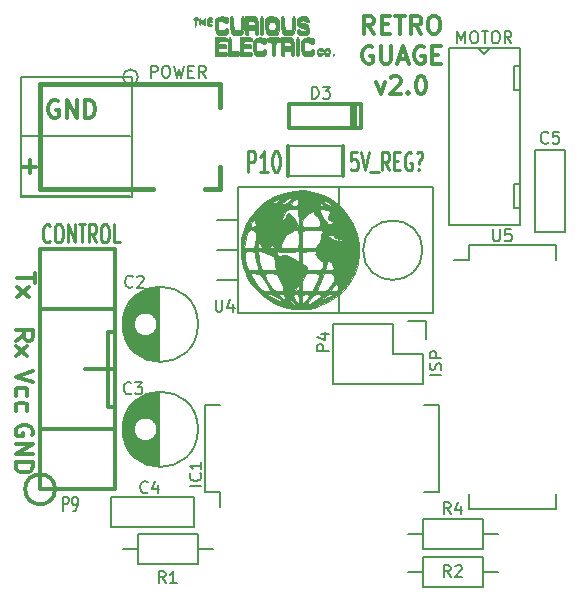
<source format=gto>
G04 #@! TF.FileFunction,Legend,Top*
%FSLAX46Y46*%
G04 Gerber Fmt 4.6, Leading zero omitted, Abs format (unit mm)*
G04 Created by KiCad (PCBNEW 4.0.4-stable) date 06/12/17 16:56:40*
%MOMM*%
%LPD*%
G01*
G04 APERTURE LIST*
%ADD10C,0.150000*%
%ADD11C,0.300000*%
%ADD12C,0.400000*%
%ADD13C,0.200000*%
%ADD14C,0.010000*%
%ADD15C,0.304800*%
%ADD16C,0.254000*%
%ADD17C,0.269240*%
%ADD18C,0.203200*%
G04 APERTURE END LIST*
D10*
D11*
X6604143Y43041000D02*
X6461286Y43112429D01*
X6247000Y43112429D01*
X6032715Y43041000D01*
X5889857Y42898143D01*
X5818429Y42755286D01*
X5747000Y42469571D01*
X5747000Y42255286D01*
X5818429Y41969571D01*
X5889857Y41826714D01*
X6032715Y41683857D01*
X6247000Y41612429D01*
X6389857Y41612429D01*
X6604143Y41683857D01*
X6675572Y41755286D01*
X6675572Y42255286D01*
X6389857Y42255286D01*
X7318429Y41612429D02*
X7318429Y43112429D01*
X8175572Y41612429D01*
X8175572Y43112429D01*
X8889858Y41612429D02*
X8889858Y43112429D01*
X9247001Y43112429D01*
X9461286Y43041000D01*
X9604144Y42898143D01*
X9675572Y42755286D01*
X9747001Y42469571D01*
X9747001Y42255286D01*
X9675572Y41969571D01*
X9604144Y41826714D01*
X9461286Y41683857D01*
X9247001Y41612429D01*
X8889858Y41612429D01*
X3619572Y37484857D02*
X4762429Y37484857D01*
X4191000Y36913429D02*
X4191000Y38056286D01*
X4433000Y14731857D02*
X4504429Y14874714D01*
X4504429Y15089000D01*
X4433000Y15303285D01*
X4290143Y15446143D01*
X4147286Y15517571D01*
X3861571Y15589000D01*
X3647286Y15589000D01*
X3361571Y15517571D01*
X3218714Y15446143D01*
X3075857Y15303285D01*
X3004429Y15089000D01*
X3004429Y14946143D01*
X3075857Y14731857D01*
X3147286Y14660428D01*
X3647286Y14660428D01*
X3647286Y14946143D01*
X3004429Y14017571D02*
X4504429Y14017571D01*
X3004429Y13160428D01*
X4504429Y13160428D01*
X3004429Y12446142D02*
X4504429Y12446142D01*
X4504429Y12088999D01*
X4433000Y11874714D01*
X4290143Y11731856D01*
X4147286Y11660428D01*
X3861571Y11588999D01*
X3647286Y11588999D01*
X3361571Y11660428D01*
X3218714Y11731856D01*
X3075857Y11874714D01*
X3004429Y12088999D01*
X3004429Y12446142D01*
X4504429Y20200714D02*
X3004429Y19700714D01*
X4504429Y19200714D01*
X3075857Y18057857D02*
X3004429Y18200714D01*
X3004429Y18486428D01*
X3075857Y18629286D01*
X3147286Y18700714D01*
X3290143Y18772143D01*
X3718714Y18772143D01*
X3861571Y18700714D01*
X3933000Y18629286D01*
X4004429Y18486428D01*
X4004429Y18200714D01*
X3933000Y18057857D01*
X3075857Y16772143D02*
X3004429Y16915000D01*
X3004429Y17200714D01*
X3075857Y17343572D01*
X3147286Y17415000D01*
X3290143Y17486429D01*
X3718714Y17486429D01*
X3861571Y17415000D01*
X3933000Y17343572D01*
X4004429Y17200714D01*
X4004429Y16915000D01*
X3933000Y16772143D01*
X3004429Y22748857D02*
X3718714Y23248857D01*
X3004429Y23606000D02*
X4504429Y23606000D01*
X4504429Y23034572D01*
X4433000Y22891714D01*
X4361571Y22820286D01*
X4218714Y22748857D01*
X4004429Y22748857D01*
X3861571Y22820286D01*
X3790143Y22891714D01*
X3718714Y23034572D01*
X3718714Y23606000D01*
X3004429Y22248857D02*
X4004429Y21463143D01*
X4004429Y22248857D02*
X3004429Y21463143D01*
X4631429Y28467714D02*
X4631429Y27610571D01*
X3131429Y28039142D02*
X4631429Y28039142D01*
X3131429Y27253428D02*
X4131429Y26467714D01*
X4131429Y27253428D02*
X3131429Y26467714D01*
D10*
X39060381Y19851810D02*
X38060381Y19851810D01*
X39012762Y20280381D02*
X39060381Y20423238D01*
X39060381Y20661334D01*
X39012762Y20756572D01*
X38965143Y20804191D01*
X38869905Y20851810D01*
X38774667Y20851810D01*
X38679429Y20804191D01*
X38631810Y20756572D01*
X38584190Y20661334D01*
X38536571Y20470857D01*
X38488952Y20375619D01*
X38441333Y20328000D01*
X38346095Y20280381D01*
X38250857Y20280381D01*
X38155619Y20328000D01*
X38108000Y20375619D01*
X38060381Y20470857D01*
X38060381Y20708953D01*
X38108000Y20851810D01*
X39060381Y21280381D02*
X38060381Y21280381D01*
X38060381Y21661334D01*
X38108000Y21756572D01*
X38155619Y21804191D01*
X38250857Y21851810D01*
X38393714Y21851810D01*
X38488952Y21804191D01*
X38536571Y21756572D01*
X38584190Y21661334D01*
X38584190Y21280381D01*
X40410095Y47934619D02*
X40410095Y48934619D01*
X40743429Y48220333D01*
X41076762Y48934619D01*
X41076762Y47934619D01*
X41743428Y48934619D02*
X41933905Y48934619D01*
X42029143Y48887000D01*
X42124381Y48791762D01*
X42172000Y48601286D01*
X42172000Y48267952D01*
X42124381Y48077476D01*
X42029143Y47982238D01*
X41933905Y47934619D01*
X41743428Y47934619D01*
X41648190Y47982238D01*
X41552952Y48077476D01*
X41505333Y48267952D01*
X41505333Y48601286D01*
X41552952Y48791762D01*
X41648190Y48887000D01*
X41743428Y48934619D01*
X42457714Y48934619D02*
X43029143Y48934619D01*
X42743428Y47934619D02*
X42743428Y48934619D01*
X43552952Y48934619D02*
X43743429Y48934619D01*
X43838667Y48887000D01*
X43933905Y48791762D01*
X43981524Y48601286D01*
X43981524Y48267952D01*
X43933905Y48077476D01*
X43838667Y47982238D01*
X43743429Y47934619D01*
X43552952Y47934619D01*
X43457714Y47982238D01*
X43362476Y48077476D01*
X43314857Y48267952D01*
X43314857Y48601286D01*
X43362476Y48791762D01*
X43457714Y48887000D01*
X43552952Y48934619D01*
X44981524Y47934619D02*
X44648190Y48410810D01*
X44410095Y47934619D02*
X44410095Y48934619D01*
X44791048Y48934619D01*
X44886286Y48887000D01*
X44933905Y48839381D01*
X44981524Y48744143D01*
X44981524Y48601286D01*
X44933905Y48506048D01*
X44886286Y48458429D01*
X44791048Y48410810D01*
X44410095Y48410810D01*
X14454476Y45013619D02*
X14454476Y46013619D01*
X14835429Y46013619D01*
X14930667Y45966000D01*
X14978286Y45918381D01*
X15025905Y45823143D01*
X15025905Y45680286D01*
X14978286Y45585048D01*
X14930667Y45537429D01*
X14835429Y45489810D01*
X14454476Y45489810D01*
X15644952Y46013619D02*
X15835429Y46013619D01*
X15930667Y45966000D01*
X16025905Y45870762D01*
X16073524Y45680286D01*
X16073524Y45346952D01*
X16025905Y45156476D01*
X15930667Y45061238D01*
X15835429Y45013619D01*
X15644952Y45013619D01*
X15549714Y45061238D01*
X15454476Y45156476D01*
X15406857Y45346952D01*
X15406857Y45680286D01*
X15454476Y45870762D01*
X15549714Y45966000D01*
X15644952Y46013619D01*
X16406857Y46013619D02*
X16644952Y45013619D01*
X16835429Y45727905D01*
X17025905Y45013619D01*
X17264000Y46013619D01*
X17644952Y45537429D02*
X17978286Y45537429D01*
X18121143Y45013619D02*
X17644952Y45013619D01*
X17644952Y46013619D01*
X18121143Y46013619D01*
X19121143Y45013619D02*
X18787809Y45489810D01*
X18549714Y45013619D02*
X18549714Y46013619D01*
X18930667Y46013619D01*
X19025905Y45966000D01*
X19073524Y45918381D01*
X19121143Y45823143D01*
X19121143Y45680286D01*
X19073524Y45585048D01*
X19025905Y45537429D01*
X18930667Y45489810D01*
X18549714Y45489810D01*
D11*
X33365572Y48734429D02*
X32865572Y49448714D01*
X32508429Y48734429D02*
X32508429Y50234429D01*
X33079857Y50234429D01*
X33222715Y50163000D01*
X33294143Y50091571D01*
X33365572Y49948714D01*
X33365572Y49734429D01*
X33294143Y49591571D01*
X33222715Y49520143D01*
X33079857Y49448714D01*
X32508429Y49448714D01*
X34008429Y49520143D02*
X34508429Y49520143D01*
X34722715Y48734429D02*
X34008429Y48734429D01*
X34008429Y50234429D01*
X34722715Y50234429D01*
X35151286Y50234429D02*
X36008429Y50234429D01*
X35579858Y48734429D02*
X35579858Y50234429D01*
X37365572Y48734429D02*
X36865572Y49448714D01*
X36508429Y48734429D02*
X36508429Y50234429D01*
X37079857Y50234429D01*
X37222715Y50163000D01*
X37294143Y50091571D01*
X37365572Y49948714D01*
X37365572Y49734429D01*
X37294143Y49591571D01*
X37222715Y49520143D01*
X37079857Y49448714D01*
X36508429Y49448714D01*
X38294143Y50234429D02*
X38579857Y50234429D01*
X38722715Y50163000D01*
X38865572Y50020143D01*
X38937000Y49734429D01*
X38937000Y49234429D01*
X38865572Y48948714D01*
X38722715Y48805857D01*
X38579857Y48734429D01*
X38294143Y48734429D01*
X38151286Y48805857D01*
X38008429Y48948714D01*
X37937000Y49234429D01*
X37937000Y49734429D01*
X38008429Y50020143D01*
X38151286Y50163000D01*
X38294143Y50234429D01*
X33222714Y47613000D02*
X33079857Y47684429D01*
X32865571Y47684429D01*
X32651286Y47613000D01*
X32508428Y47470143D01*
X32437000Y47327286D01*
X32365571Y47041571D01*
X32365571Y46827286D01*
X32437000Y46541571D01*
X32508428Y46398714D01*
X32651286Y46255857D01*
X32865571Y46184429D01*
X33008428Y46184429D01*
X33222714Y46255857D01*
X33294143Y46327286D01*
X33294143Y46827286D01*
X33008428Y46827286D01*
X33937000Y47684429D02*
X33937000Y46470143D01*
X34008428Y46327286D01*
X34079857Y46255857D01*
X34222714Y46184429D01*
X34508428Y46184429D01*
X34651286Y46255857D01*
X34722714Y46327286D01*
X34794143Y46470143D01*
X34794143Y47684429D01*
X35437000Y46613000D02*
X36151286Y46613000D01*
X35294143Y46184429D02*
X35794143Y47684429D01*
X36294143Y46184429D01*
X37579857Y47613000D02*
X37437000Y47684429D01*
X37222714Y47684429D01*
X37008429Y47613000D01*
X36865571Y47470143D01*
X36794143Y47327286D01*
X36722714Y47041571D01*
X36722714Y46827286D01*
X36794143Y46541571D01*
X36865571Y46398714D01*
X37008429Y46255857D01*
X37222714Y46184429D01*
X37365571Y46184429D01*
X37579857Y46255857D01*
X37651286Y46327286D01*
X37651286Y46827286D01*
X37365571Y46827286D01*
X38294143Y46970143D02*
X38794143Y46970143D01*
X39008429Y46184429D02*
X38294143Y46184429D01*
X38294143Y47684429D01*
X39008429Y47684429D01*
X33544144Y44634429D02*
X33901287Y43634429D01*
X34258429Y44634429D01*
X34758429Y44991571D02*
X34829858Y45063000D01*
X34972715Y45134429D01*
X35329858Y45134429D01*
X35472715Y45063000D01*
X35544144Y44991571D01*
X35615572Y44848714D01*
X35615572Y44705857D01*
X35544144Y44491571D01*
X34687001Y43634429D01*
X35615572Y43634429D01*
X36258429Y43777286D02*
X36329857Y43705857D01*
X36258429Y43634429D01*
X36187000Y43705857D01*
X36258429Y43777286D01*
X36258429Y43634429D01*
X37258429Y45134429D02*
X37401286Y45134429D01*
X37544143Y45063000D01*
X37615572Y44991571D01*
X37687001Y44848714D01*
X37758429Y44563000D01*
X37758429Y44205857D01*
X37687001Y43920143D01*
X37615572Y43777286D01*
X37544143Y43705857D01*
X37401286Y43634429D01*
X37258429Y43634429D01*
X37115572Y43705857D01*
X37044143Y43777286D01*
X36972715Y43920143D01*
X36901286Y44205857D01*
X36901286Y44563000D01*
X36972715Y44848714D01*
X37044143Y44991571D01*
X37115572Y45063000D01*
X37258429Y45134429D01*
D10*
X42680000Y47005000D02*
X43180000Y47505000D01*
X42180000Y47505000D02*
X42680000Y47005000D01*
X45680000Y36005000D02*
X45180000Y36005000D01*
X45180000Y34005000D02*
X45180000Y36005000D01*
X45680000Y34005000D02*
X45180000Y34005000D01*
X45180000Y44005000D02*
X45680000Y44005000D01*
X45180000Y46005000D02*
X45180000Y44005000D01*
X45680000Y46005000D02*
X45180000Y46005000D01*
X39680000Y32505000D02*
X39680000Y47505000D01*
X45680000Y32505000D02*
X39680000Y32505000D01*
X45680000Y47505000D02*
X45680000Y32505000D01*
X39680000Y47505000D02*
X45680000Y47505000D01*
X18105000Y7005000D02*
X11105000Y7005000D01*
X11105000Y7005000D02*
X11105000Y9505000D01*
X11105000Y9505000D02*
X18105000Y9505000D01*
X18105000Y9505000D02*
X18105000Y7005000D01*
X47010000Y31900000D02*
X47010000Y38900000D01*
X47010000Y38900000D02*
X49510000Y38900000D01*
X49510000Y38900000D02*
X49510000Y31900000D01*
X49510000Y31900000D02*
X47010000Y31900000D01*
D12*
X14605000Y35560000D02*
X5080000Y35560000D01*
X5080000Y35560000D02*
X5080000Y44450000D01*
X5080000Y44450000D02*
X20320000Y44450000D01*
X20320000Y44450000D02*
X20320000Y42545000D01*
X20320000Y37465000D02*
X20320000Y35560000D01*
X20320000Y35560000D02*
X19050000Y35560000D01*
D10*
X14605000Y35560000D02*
X5080000Y35560000D01*
X5080000Y35560000D02*
X5080000Y44450000D01*
X5080000Y44450000D02*
X20320000Y44450000D01*
X20320000Y44450000D02*
X20320000Y42545000D01*
X20320000Y37465000D02*
X20320000Y35560000D01*
X20320000Y35560000D02*
X19050000Y35560000D01*
D13*
X12827000Y45085000D02*
X12065000Y45085000D01*
X12827000Y45085000D02*
X12827000Y34925000D01*
X12827000Y34925000D02*
X12192000Y34925000D01*
X3429000Y45085000D02*
X3429000Y34925000D01*
X3429000Y34925000D02*
X12700000Y34925000D01*
X12700000Y45085000D02*
X3429000Y45085000D01*
D10*
X3430000Y34965000D02*
X12730000Y34965000D01*
X12730000Y40065000D02*
X3430000Y40065000D01*
X13370312Y45065000D02*
G75*
G03X13370312Y45065000I-640312J0D01*
G01*
X11430000Y34925000D02*
X3810000Y34925000D01*
X3430000Y45065000D02*
X12730000Y45065000D01*
X34925000Y24130000D02*
X29845000Y24130000D01*
X37745000Y24410000D02*
X37745000Y22860000D01*
X37465000Y21590000D02*
X34925000Y21590000D01*
X34925000Y21590000D02*
X34925000Y24130000D01*
X29845000Y24130000D02*
X29845000Y19050000D01*
X29845000Y19050000D02*
X34925000Y19050000D01*
X37745000Y24410000D02*
X36195000Y24410000D01*
X37465000Y19050000D02*
X37465000Y21590000D01*
X34925000Y19050000D02*
X37465000Y19050000D01*
X18415000Y3810000D02*
X13335000Y3810000D01*
X13335000Y3810000D02*
X13335000Y6350000D01*
X13335000Y6350000D02*
X18415000Y6350000D01*
X18415000Y6350000D02*
X18415000Y3810000D01*
X18415000Y5080000D02*
X19685000Y5080000D01*
X13335000Y5080000D02*
X12065000Y5080000D01*
X42545000Y1905000D02*
X37465000Y1905000D01*
X37465000Y1905000D02*
X37465000Y4445000D01*
X37465000Y4445000D02*
X42545000Y4445000D01*
X42545000Y4445000D02*
X42545000Y1905000D01*
X42545000Y3175000D02*
X43815000Y3175000D01*
X37465000Y3175000D02*
X36195000Y3175000D01*
X42545000Y5080000D02*
X37465000Y5080000D01*
X37465000Y5080000D02*
X37465000Y7620000D01*
X37465000Y7620000D02*
X42545000Y7620000D01*
X42545000Y7620000D02*
X42545000Y5080000D01*
X42545000Y6350000D02*
X43815000Y6350000D01*
X37465000Y6350000D02*
X36195000Y6350000D01*
X37454472Y30400000D02*
G75*
G03X37454472Y30400000I-2514472J0D01*
G01*
X21859000Y32940000D02*
X20081000Y32940000D01*
X21859000Y30400000D02*
X20081000Y30400000D01*
X21859000Y27860000D02*
X20081000Y27860000D01*
X30368000Y25066000D02*
X38369000Y25066000D01*
X38369000Y25066000D02*
X38369000Y35734000D01*
X38369000Y35734000D02*
X30368000Y35734000D01*
X21859000Y25066000D02*
X30368000Y25066000D01*
X30368000Y25066000D02*
X30368000Y35734000D01*
X30368000Y35734000D02*
X21859000Y35734000D01*
X21859000Y30400000D02*
X21859000Y35734000D01*
X21859000Y30400000D02*
X21859000Y25066000D01*
X15185000Y20981000D02*
X15185000Y27279000D01*
X15045000Y20987000D02*
X15045000Y27273000D01*
X14905000Y21000000D02*
X14905000Y23684000D01*
X14905000Y24576000D02*
X14905000Y27260000D01*
X14765000Y21019000D02*
X14765000Y23474000D01*
X14765000Y24786000D02*
X14765000Y27241000D01*
X14625000Y21045000D02*
X14625000Y23341000D01*
X14625000Y24919000D02*
X14625000Y27215000D01*
X14485000Y21077000D02*
X14485000Y23250000D01*
X14485000Y25010000D02*
X14485000Y27183000D01*
X14345000Y21116000D02*
X14345000Y23188000D01*
X14345000Y25072000D02*
X14345000Y27144000D01*
X14205000Y21162000D02*
X14205000Y23149000D01*
X14205000Y25111000D02*
X14205000Y27098000D01*
X14065000Y21215000D02*
X14065000Y23132000D01*
X14065000Y25128000D02*
X14065000Y27045000D01*
X13925000Y21277000D02*
X13925000Y23134000D01*
X13925000Y25126000D02*
X13925000Y26983000D01*
X13785000Y21347000D02*
X13785000Y23156000D01*
X13785000Y25104000D02*
X13785000Y26913000D01*
X13645000Y21426000D02*
X13645000Y23199000D01*
X13645000Y25061000D02*
X13645000Y26834000D01*
X13505000Y21514000D02*
X13505000Y23267000D01*
X13505000Y24993000D02*
X13505000Y26746000D01*
X13365000Y21614000D02*
X13365000Y23366000D01*
X13365000Y24894000D02*
X13365000Y26646000D01*
X13225000Y21726000D02*
X13225000Y23511000D01*
X13225000Y24749000D02*
X13225000Y26534000D01*
X13085000Y21851000D02*
X13085000Y23750000D01*
X13085000Y24510000D02*
X13085000Y26409000D01*
X12945000Y21994000D02*
X12945000Y26266000D01*
X12805000Y22156000D02*
X12805000Y26104000D01*
X12665000Y22344000D02*
X12665000Y25916000D01*
X12525000Y22567000D02*
X12525000Y25693000D01*
X12385000Y22843000D02*
X12385000Y25417000D01*
X12245000Y23218000D02*
X12245000Y25042000D01*
X15010000Y24130000D02*
G75*
G03X15010000Y24130000I-1000000J0D01*
G01*
X18447500Y24130000D02*
G75*
G03X18447500Y24130000I-3187500J0D01*
G01*
X15185000Y12091000D02*
X15185000Y18389000D01*
X15045000Y12097000D02*
X15045000Y18383000D01*
X14905000Y12110000D02*
X14905000Y14794000D01*
X14905000Y15686000D02*
X14905000Y18370000D01*
X14765000Y12129000D02*
X14765000Y14584000D01*
X14765000Y15896000D02*
X14765000Y18351000D01*
X14625000Y12155000D02*
X14625000Y14451000D01*
X14625000Y16029000D02*
X14625000Y18325000D01*
X14485000Y12187000D02*
X14485000Y14360000D01*
X14485000Y16120000D02*
X14485000Y18293000D01*
X14345000Y12226000D02*
X14345000Y14298000D01*
X14345000Y16182000D02*
X14345000Y18254000D01*
X14205000Y12272000D02*
X14205000Y14259000D01*
X14205000Y16221000D02*
X14205000Y18208000D01*
X14065000Y12325000D02*
X14065000Y14242000D01*
X14065000Y16238000D02*
X14065000Y18155000D01*
X13925000Y12387000D02*
X13925000Y14244000D01*
X13925000Y16236000D02*
X13925000Y18093000D01*
X13785000Y12457000D02*
X13785000Y14266000D01*
X13785000Y16214000D02*
X13785000Y18023000D01*
X13645000Y12536000D02*
X13645000Y14309000D01*
X13645000Y16171000D02*
X13645000Y17944000D01*
X13505000Y12624000D02*
X13505000Y14377000D01*
X13505000Y16103000D02*
X13505000Y17856000D01*
X13365000Y12724000D02*
X13365000Y14476000D01*
X13365000Y16004000D02*
X13365000Y17756000D01*
X13225000Y12836000D02*
X13225000Y14621000D01*
X13225000Y15859000D02*
X13225000Y17644000D01*
X13085000Y12961000D02*
X13085000Y14860000D01*
X13085000Y15620000D02*
X13085000Y17519000D01*
X12945000Y13104000D02*
X12945000Y17376000D01*
X12805000Y13266000D02*
X12805000Y17214000D01*
X12665000Y13454000D02*
X12665000Y17026000D01*
X12525000Y13677000D02*
X12525000Y16803000D01*
X12385000Y13953000D02*
X12385000Y16527000D01*
X12245000Y14328000D02*
X12245000Y16152000D01*
X15010000Y15240000D02*
G75*
G03X15010000Y15240000I-1000000J0D01*
G01*
X18447500Y15240000D02*
G75*
G03X18447500Y15240000I-3187500J0D01*
G01*
D14*
G36*
X20688395Y48423155D02*
X20841707Y48396014D01*
X20903327Y48335001D01*
X20912667Y48260000D01*
X20887738Y48154181D01*
X20784225Y48104141D01*
X20559037Y48090732D01*
X20531667Y48090667D01*
X20280544Y48074047D01*
X20166158Y48017533D01*
X20150667Y47963667D01*
X20206590Y47875360D01*
X20391969Y47838972D01*
X20489333Y47836667D01*
X20710901Y47822467D01*
X20808826Y47765073D01*
X20828000Y47667334D01*
X20799600Y47556550D01*
X20684811Y47507588D01*
X20489333Y47498000D01*
X20267765Y47483800D01*
X20169841Y47426406D01*
X20150667Y47328667D01*
X20175595Y47222847D01*
X20279108Y47172808D01*
X20504296Y47159398D01*
X20531667Y47159334D01*
X20769761Y47148254D01*
X20882349Y47102249D01*
X20912521Y47002165D01*
X20912667Y46990000D01*
X20894131Y46895424D01*
X20812707Y46844320D01*
X20629669Y46823780D01*
X20404667Y46820667D01*
X19896667Y46820667D01*
X19896667Y48429334D01*
X20404667Y48429334D01*
X20688395Y48423155D01*
X20688395Y48423155D01*
G37*
X20688395Y48423155D02*
X20841707Y48396014D01*
X20903327Y48335001D01*
X20912667Y48260000D01*
X20887738Y48154181D01*
X20784225Y48104141D01*
X20559037Y48090732D01*
X20531667Y48090667D01*
X20280544Y48074047D01*
X20166158Y48017533D01*
X20150667Y47963667D01*
X20206590Y47875360D01*
X20391969Y47838972D01*
X20489333Y47836667D01*
X20710901Y47822467D01*
X20808826Y47765073D01*
X20828000Y47667334D01*
X20799600Y47556550D01*
X20684811Y47507588D01*
X20489333Y47498000D01*
X20267765Y47483800D01*
X20169841Y47426406D01*
X20150667Y47328667D01*
X20175595Y47222847D01*
X20279108Y47172808D01*
X20504296Y47159398D01*
X20531667Y47159334D01*
X20769761Y47148254D01*
X20882349Y47102249D01*
X20912521Y47002165D01*
X20912667Y46990000D01*
X20894131Y46895424D01*
X20812707Y46844320D01*
X20629669Y46823780D01*
X20404667Y46820667D01*
X19896667Y46820667D01*
X19896667Y48429334D01*
X20404667Y48429334D01*
X20688395Y48423155D01*
G36*
X21193334Y48394479D02*
X21232826Y48269154D01*
X21249482Y48022213D01*
X21251333Y47836667D01*
X21251333Y47244000D01*
X21590000Y47244000D01*
X21808197Y47232447D01*
X21905178Y47177954D01*
X21928546Y47050767D01*
X21928667Y47032334D01*
X21916579Y46911108D01*
X21852690Y46847987D01*
X21695563Y46824135D01*
X21463000Y46820667D01*
X20997333Y46820667D01*
X20997333Y47625000D01*
X21001878Y48008419D01*
X21018502Y48251061D01*
X21051687Y48381314D01*
X21105914Y48427565D01*
X21124333Y48429334D01*
X21193334Y48394479D01*
X21193334Y48394479D01*
G37*
X21193334Y48394479D02*
X21232826Y48269154D01*
X21249482Y48022213D01*
X21251333Y47836667D01*
X21251333Y47244000D01*
X21590000Y47244000D01*
X21808197Y47232447D01*
X21905178Y47177954D01*
X21928546Y47050767D01*
X21928667Y47032334D01*
X21916579Y46911108D01*
X21852690Y46847987D01*
X21695563Y46824135D01*
X21463000Y46820667D01*
X20997333Y46820667D01*
X20997333Y47625000D01*
X21001878Y48008419D01*
X21018502Y48251061D01*
X21051687Y48381314D01*
X21105914Y48427565D01*
X21124333Y48429334D01*
X21193334Y48394479D01*
G36*
X22805061Y48423155D02*
X22958373Y48396014D01*
X23019994Y48335001D01*
X23029333Y48260000D01*
X23004404Y48154181D01*
X22900891Y48104141D01*
X22675704Y48090732D01*
X22648333Y48090667D01*
X22397211Y48074047D01*
X22282825Y48017533D01*
X22267333Y47963667D01*
X22323256Y47875360D01*
X22508636Y47838972D01*
X22606000Y47836667D01*
X22827568Y47822467D01*
X22925492Y47765073D01*
X22944667Y47667334D01*
X22916266Y47556550D01*
X22801477Y47507588D01*
X22606000Y47498000D01*
X22384432Y47483800D01*
X22286507Y47426406D01*
X22267333Y47328667D01*
X22292262Y47222847D01*
X22395775Y47172808D01*
X22620963Y47159398D01*
X22648333Y47159334D01*
X22886428Y47148254D01*
X22999016Y47102249D01*
X23029188Y47002165D01*
X23029333Y46990000D01*
X23010797Y46895424D01*
X22929373Y46844320D01*
X22746336Y46823780D01*
X22521333Y46820667D01*
X22013333Y46820667D01*
X22013333Y48429334D01*
X22521333Y48429334D01*
X22805061Y48423155D01*
X22805061Y48423155D01*
G37*
X22805061Y48423155D02*
X22958373Y48396014D01*
X23019994Y48335001D01*
X23029333Y48260000D01*
X23004404Y48154181D01*
X22900891Y48104141D01*
X22675704Y48090732D01*
X22648333Y48090667D01*
X22397211Y48074047D01*
X22282825Y48017533D01*
X22267333Y47963667D01*
X22323256Y47875360D01*
X22508636Y47838972D01*
X22606000Y47836667D01*
X22827568Y47822467D01*
X22925492Y47765073D01*
X22944667Y47667334D01*
X22916266Y47556550D01*
X22801477Y47507588D01*
X22606000Y47498000D01*
X22384432Y47483800D01*
X22286507Y47426406D01*
X22267333Y47328667D01*
X22292262Y47222847D01*
X22395775Y47172808D01*
X22620963Y47159398D01*
X22648333Y47159334D01*
X22886428Y47148254D01*
X22999016Y47102249D01*
X23029188Y47002165D01*
X23029333Y46990000D01*
X23010797Y46895424D01*
X22929373Y46844320D01*
X22746336Y46823780D01*
X22521333Y46820667D01*
X22013333Y46820667D01*
X22013333Y48429334D01*
X22521333Y48429334D01*
X22805061Y48423155D01*
G36*
X23939888Y48406051D02*
X24113067Y48327734D01*
X24197129Y48172827D01*
X24209871Y47995605D01*
X24154839Y47864610D01*
X24087667Y47836667D01*
X23974995Y47882385D01*
X23960667Y47921334D01*
X23886238Y47977296D01*
X23703223Y48005269D01*
X23664333Y48006000D01*
X23482253Y47997867D01*
X23396032Y47942744D01*
X23369828Y47794547D01*
X23368000Y47625000D01*
X23374326Y47390897D01*
X23417199Y47280042D01*
X23532464Y47246351D01*
X23664333Y47244000D01*
X23860201Y47265266D01*
X23958107Y47317556D01*
X23960667Y47328667D01*
X24029243Y47403782D01*
X24087667Y47413334D01*
X24183225Y47345973D01*
X24213223Y47189583D01*
X24174116Y47012705D01*
X24113067Y46922267D01*
X23937745Y46843492D01*
X23682914Y46824544D01*
X23426378Y46862597D01*
X23247047Y46953715D01*
X23160504Y47120047D01*
X23119213Y47413910D01*
X23114000Y47625000D01*
X23133723Y47994832D01*
X23196156Y48224306D01*
X23247047Y48296286D01*
X23428560Y48388019D01*
X23685443Y48425549D01*
X23939888Y48406051D01*
X23939888Y48406051D01*
G37*
X23939888Y48406051D02*
X24113067Y48327734D01*
X24197129Y48172827D01*
X24209871Y47995605D01*
X24154839Y47864610D01*
X24087667Y47836667D01*
X23974995Y47882385D01*
X23960667Y47921334D01*
X23886238Y47977296D01*
X23703223Y48005269D01*
X23664333Y48006000D01*
X23482253Y47997867D01*
X23396032Y47942744D01*
X23369828Y47794547D01*
X23368000Y47625000D01*
X23374326Y47390897D01*
X23417199Y47280042D01*
X23532464Y47246351D01*
X23664333Y47244000D01*
X23860201Y47265266D01*
X23958107Y47317556D01*
X23960667Y47328667D01*
X24029243Y47403782D01*
X24087667Y47413334D01*
X24183225Y47345973D01*
X24213223Y47189583D01*
X24174116Y47012705D01*
X24113067Y46922267D01*
X23937745Y46843492D01*
X23682914Y46824544D01*
X23426378Y46862597D01*
X23247047Y46953715D01*
X23160504Y47120047D01*
X23119213Y47413910D01*
X23114000Y47625000D01*
X23133723Y47994832D01*
X23196156Y48224306D01*
X23247047Y48296286D01*
X23428560Y48388019D01*
X23685443Y48425549D01*
X23939888Y48406051D01*
G36*
X25145502Y48425622D02*
X25310279Y48404678D01*
X25382254Y48351788D01*
X25399682Y48252237D01*
X25400000Y48217667D01*
X25365030Y48056545D01*
X25227340Y48006894D01*
X25188333Y48006000D01*
X25077749Y47997285D01*
X25014459Y47946541D01*
X24985286Y47816868D01*
X24977052Y47571369D01*
X24976667Y47413334D01*
X24969198Y47091328D01*
X24942342Y46907034D01*
X24889426Y46829308D01*
X24849667Y46820667D01*
X24780665Y46855522D01*
X24741174Y46980847D01*
X24724518Y47227788D01*
X24722667Y47413334D01*
X24719554Y47722970D01*
X24701431Y47900181D01*
X24655119Y47981865D01*
X24567441Y48004922D01*
X24511000Y48006000D01*
X24349878Y48040970D01*
X24300227Y48178660D01*
X24299333Y48217667D01*
X24308983Y48331450D01*
X24363438Y48394826D01*
X24500952Y48422508D01*
X24759784Y48429212D01*
X24849667Y48429334D01*
X25145502Y48425622D01*
X25145502Y48425622D01*
G37*
X25145502Y48425622D02*
X25310279Y48404678D01*
X25382254Y48351788D01*
X25399682Y48252237D01*
X25400000Y48217667D01*
X25365030Y48056545D01*
X25227340Y48006894D01*
X25188333Y48006000D01*
X25077749Y47997285D01*
X25014459Y47946541D01*
X24985286Y47816868D01*
X24977052Y47571369D01*
X24976667Y47413334D01*
X24969198Y47091328D01*
X24942342Y46907034D01*
X24889426Y46829308D01*
X24849667Y46820667D01*
X24780665Y46855522D01*
X24741174Y46980847D01*
X24724518Y47227788D01*
X24722667Y47413334D01*
X24719554Y47722970D01*
X24701431Y47900181D01*
X24655119Y47981865D01*
X24567441Y48004922D01*
X24511000Y48006000D01*
X24349878Y48040970D01*
X24300227Y48178660D01*
X24299333Y48217667D01*
X24308983Y48331450D01*
X24363438Y48394826D01*
X24500952Y48422508D01*
X24759784Y48429212D01*
X24849667Y48429334D01*
X25145502Y48425622D01*
G36*
X26227293Y48409928D02*
X26429707Y48358869D01*
X26483615Y48322879D01*
X26524725Y48192670D01*
X26555646Y47941088D01*
X26571118Y47616025D01*
X26571965Y47518546D01*
X26565595Y47160743D01*
X26543285Y46944058D01*
X26500233Y46840645D01*
X26451649Y46820667D01*
X26356751Y46894369D01*
X26331333Y47032334D01*
X26309193Y47175475D01*
X26209562Y47234075D01*
X26035000Y47244000D01*
X25834602Y47228186D01*
X25752562Y47157021D01*
X25738667Y47032334D01*
X25694506Y46862095D01*
X25611667Y46820667D01*
X25551127Y46849454D01*
X25512815Y46954737D01*
X25492249Y47164905D01*
X25484946Y47508344D01*
X25484667Y47625000D01*
X25484667Y47836667D01*
X25738667Y47836667D01*
X25771815Y47719959D01*
X25901222Y47672869D01*
X26035000Y47667334D01*
X26239239Y47686276D01*
X26321647Y47760223D01*
X26331333Y47836667D01*
X26298185Y47953375D01*
X26168778Y48000465D01*
X26035000Y48006000D01*
X25830761Y47987059D01*
X25748353Y47913112D01*
X25738667Y47836667D01*
X25484667Y47836667D01*
X25484667Y48429334D01*
X25939966Y48429334D01*
X26227293Y48409928D01*
X26227293Y48409928D01*
G37*
X26227293Y48409928D02*
X26429707Y48358869D01*
X26483615Y48322879D01*
X26524725Y48192670D01*
X26555646Y47941088D01*
X26571118Y47616025D01*
X26571965Y47518546D01*
X26565595Y47160743D01*
X26543285Y46944058D01*
X26500233Y46840645D01*
X26451649Y46820667D01*
X26356751Y46894369D01*
X26331333Y47032334D01*
X26309193Y47175475D01*
X26209562Y47234075D01*
X26035000Y47244000D01*
X25834602Y47228186D01*
X25752562Y47157021D01*
X25738667Y47032334D01*
X25694506Y46862095D01*
X25611667Y46820667D01*
X25551127Y46849454D01*
X25512815Y46954737D01*
X25492249Y47164905D01*
X25484946Y47508344D01*
X25484667Y47625000D01*
X25484667Y47836667D01*
X25738667Y47836667D01*
X25771815Y47719959D01*
X25901222Y47672869D01*
X26035000Y47667334D01*
X26239239Y47686276D01*
X26321647Y47760223D01*
X26331333Y47836667D01*
X26298185Y47953375D01*
X26168778Y48000465D01*
X26035000Y48006000D01*
X25830761Y47987059D01*
X25748353Y47913112D01*
X25738667Y47836667D01*
X25484667Y47836667D01*
X25484667Y48429334D01*
X25939966Y48429334D01*
X26227293Y48409928D01*
G36*
X26942206Y48400547D02*
X26980518Y48295264D01*
X27001084Y48085096D01*
X27008387Y47741657D01*
X27008667Y47625000D01*
X27004121Y47241582D01*
X26987498Y46998940D01*
X26954313Y46868687D01*
X26900086Y46822436D01*
X26881667Y46820667D01*
X26821127Y46849454D01*
X26782815Y46954737D01*
X26762249Y47164905D01*
X26754946Y47508344D01*
X26754667Y47625000D01*
X26759212Y48008419D01*
X26775835Y48251061D01*
X26809020Y48381314D01*
X26863247Y48427565D01*
X26881667Y48429334D01*
X26942206Y48400547D01*
X26942206Y48400547D01*
G37*
X26942206Y48400547D02*
X26980518Y48295264D01*
X27001084Y48085096D01*
X27008387Y47741657D01*
X27008667Y47625000D01*
X27004121Y47241582D01*
X26987498Y46998940D01*
X26954313Y46868687D01*
X26900086Y46822436D01*
X26881667Y46820667D01*
X26821127Y46849454D01*
X26782815Y46954737D01*
X26762249Y47164905D01*
X26754946Y47508344D01*
X26754667Y47625000D01*
X26759212Y48008419D01*
X26775835Y48251061D01*
X26809020Y48381314D01*
X26863247Y48427565D01*
X26881667Y48429334D01*
X26942206Y48400547D01*
G36*
X28003888Y48406051D02*
X28177067Y48327734D01*
X28261129Y48172827D01*
X28273871Y47995605D01*
X28218839Y47864610D01*
X28151667Y47836667D01*
X28038995Y47882385D01*
X28024667Y47921334D01*
X27950238Y47977296D01*
X27767223Y48005269D01*
X27728333Y48006000D01*
X27546253Y47997867D01*
X27460032Y47942744D01*
X27433828Y47794547D01*
X27432000Y47625000D01*
X27438326Y47390897D01*
X27481199Y47280042D01*
X27596464Y47246351D01*
X27728333Y47244000D01*
X27924201Y47265266D01*
X28022107Y47317556D01*
X28024667Y47328667D01*
X28093243Y47403782D01*
X28151667Y47413334D01*
X28247225Y47345973D01*
X28277223Y47189583D01*
X28238116Y47012705D01*
X28177067Y46922267D01*
X28001745Y46843492D01*
X27746914Y46824544D01*
X27490378Y46862597D01*
X27311047Y46953715D01*
X27224504Y47120047D01*
X27183213Y47413910D01*
X27178000Y47625000D01*
X27197723Y47994832D01*
X27260156Y48224306D01*
X27311047Y48296286D01*
X27492560Y48388019D01*
X27749443Y48425549D01*
X28003888Y48406051D01*
X28003888Y48406051D01*
G37*
X28003888Y48406051D02*
X28177067Y48327734D01*
X28261129Y48172827D01*
X28273871Y47995605D01*
X28218839Y47864610D01*
X28151667Y47836667D01*
X28038995Y47882385D01*
X28024667Y47921334D01*
X27950238Y47977296D01*
X27767223Y48005269D01*
X27728333Y48006000D01*
X27546253Y47997867D01*
X27460032Y47942744D01*
X27433828Y47794547D01*
X27432000Y47625000D01*
X27438326Y47390897D01*
X27481199Y47280042D01*
X27596464Y47246351D01*
X27728333Y47244000D01*
X27924201Y47265266D01*
X28022107Y47317556D01*
X28024667Y47328667D01*
X28093243Y47403782D01*
X28151667Y47413334D01*
X28247225Y47345973D01*
X28277223Y47189583D01*
X28238116Y47012705D01*
X28177067Y46922267D01*
X28001745Y46843492D01*
X27746914Y46824544D01*
X27490378Y46862597D01*
X27311047Y46953715D01*
X27224504Y47120047D01*
X27183213Y47413910D01*
X27178000Y47625000D01*
X27197723Y47994832D01*
X27260156Y48224306D01*
X27311047Y48296286D01*
X27492560Y48388019D01*
X27749443Y48425549D01*
X28003888Y48406051D01*
G36*
X28970526Y47485050D02*
X29025190Y47388835D01*
X29017986Y47285184D01*
X28909296Y47275869D01*
X28835850Y47292180D01*
X28672833Y47309307D01*
X28618794Y47232767D01*
X28617333Y47201667D01*
X28653093Y47102204D01*
X28788546Y47100253D01*
X28835850Y47111154D01*
X28991927Y47131452D01*
X29032022Y47064791D01*
X29025485Y47014499D01*
X28935696Y46888887D01*
X28776991Y46834815D01*
X28625605Y46865611D01*
X28568307Y46934577D01*
X28541494Y47109774D01*
X28547519Y47300348D01*
X28599514Y47478184D01*
X28729753Y47538068D01*
X28785507Y47540334D01*
X28970526Y47485050D01*
X28970526Y47485050D01*
G37*
X28970526Y47485050D02*
X29025190Y47388835D01*
X29017986Y47285184D01*
X28909296Y47275869D01*
X28835850Y47292180D01*
X28672833Y47309307D01*
X28618794Y47232767D01*
X28617333Y47201667D01*
X28653093Y47102204D01*
X28788546Y47100253D01*
X28835850Y47111154D01*
X28991927Y47131452D01*
X29032022Y47064791D01*
X29025485Y47014499D01*
X28935696Y46888887D01*
X28776991Y46834815D01*
X28625605Y46865611D01*
X28568307Y46934577D01*
X28541494Y47109774D01*
X28547519Y47300348D01*
X28599514Y47478184D01*
X28729753Y47538068D01*
X28785507Y47540334D01*
X28970526Y47485050D01*
G36*
X29515706Y47521849D02*
X29576319Y47434659D01*
X29590924Y47231160D01*
X29591000Y47201667D01*
X29576042Y46977658D01*
X29513719Y46871495D01*
X29400121Y46835896D01*
X29225858Y46863499D01*
X29160974Y46934577D01*
X29134161Y47109774D01*
X29137066Y47201667D01*
X29210000Y47201667D01*
X29280586Y47098239D01*
X29379333Y47074667D01*
X29517237Y47127607D01*
X29548667Y47201667D01*
X29478080Y47305095D01*
X29379333Y47328667D01*
X29241429Y47275728D01*
X29210000Y47201667D01*
X29137066Y47201667D01*
X29140186Y47300348D01*
X29192052Y47478067D01*
X29322240Y47537996D01*
X29379333Y47540334D01*
X29515706Y47521849D01*
X29515706Y47521849D01*
G37*
X29515706Y47521849D02*
X29576319Y47434659D01*
X29590924Y47231160D01*
X29591000Y47201667D01*
X29576042Y46977658D01*
X29513719Y46871495D01*
X29400121Y46835896D01*
X29225858Y46863499D01*
X29160974Y46934577D01*
X29134161Y47109774D01*
X29137066Y47201667D01*
X29210000Y47201667D01*
X29280586Y47098239D01*
X29379333Y47074667D01*
X29517237Y47127607D01*
X29548667Y47201667D01*
X29478080Y47305095D01*
X29379333Y47328667D01*
X29241429Y47275728D01*
X29210000Y47201667D01*
X29137066Y47201667D01*
X29140186Y47300348D01*
X29192052Y47478067D01*
X29322240Y47537996D01*
X29379333Y47540334D01*
X29515706Y47521849D01*
G36*
X29958697Y46938420D02*
X29945170Y46889459D01*
X29907575Y46857389D01*
X29894017Y46940612D01*
X29909584Y47050426D01*
X29938486Y47051737D01*
X29958697Y46938420D01*
X29958697Y46938420D01*
G37*
X29958697Y46938420D02*
X29945170Y46889459D01*
X29907575Y46857389D01*
X29894017Y46940612D01*
X29909584Y47050426D01*
X29938486Y47051737D01*
X29958697Y46938420D01*
G36*
X20722555Y50184051D02*
X20895733Y50105734D01*
X20979795Y49950827D01*
X20992538Y49773605D01*
X20937505Y49642610D01*
X20870333Y49614667D01*
X20757661Y49660385D01*
X20743333Y49699334D01*
X20668904Y49755296D01*
X20485890Y49783269D01*
X20447000Y49784000D01*
X20264920Y49775867D01*
X20178699Y49720744D01*
X20152494Y49572547D01*
X20150667Y49403000D01*
X20156993Y49168897D01*
X20199866Y49058042D01*
X20315130Y49024351D01*
X20447000Y49022000D01*
X20642867Y49043266D01*
X20740774Y49095556D01*
X20743333Y49106667D01*
X20811910Y49181782D01*
X20870333Y49191334D01*
X20965892Y49123973D01*
X20995890Y48967583D01*
X20956782Y48790705D01*
X20895733Y48700267D01*
X20720412Y48621492D01*
X20465581Y48602544D01*
X20209045Y48640597D01*
X20029714Y48731715D01*
X19945297Y48907678D01*
X19899673Y49186877D01*
X19892842Y49507719D01*
X19924805Y49808609D01*
X19995560Y50027954D01*
X20029714Y50074286D01*
X20211227Y50166019D01*
X20468109Y50203549D01*
X20722555Y50184051D01*
X20722555Y50184051D01*
G37*
X20722555Y50184051D02*
X20895733Y50105734D01*
X20979795Y49950827D01*
X20992538Y49773605D01*
X20937505Y49642610D01*
X20870333Y49614667D01*
X20757661Y49660385D01*
X20743333Y49699334D01*
X20668904Y49755296D01*
X20485890Y49783269D01*
X20447000Y49784000D01*
X20264920Y49775867D01*
X20178699Y49720744D01*
X20152494Y49572547D01*
X20150667Y49403000D01*
X20156993Y49168897D01*
X20199866Y49058042D01*
X20315130Y49024351D01*
X20447000Y49022000D01*
X20642867Y49043266D01*
X20740774Y49095556D01*
X20743333Y49106667D01*
X20811910Y49181782D01*
X20870333Y49191334D01*
X20965892Y49123973D01*
X20995890Y48967583D01*
X20956782Y48790705D01*
X20895733Y48700267D01*
X20720412Y48621492D01*
X20465581Y48602544D01*
X20209045Y48640597D01*
X20029714Y48731715D01*
X19945297Y48907678D01*
X19899673Y49186877D01*
X19892842Y49507719D01*
X19924805Y49808609D01*
X19995560Y50027954D01*
X20029714Y50074286D01*
X20211227Y50166019D01*
X20468109Y50203549D01*
X20722555Y50184051D01*
G36*
X22294023Y50171051D02*
X22332357Y50042618D01*
X22349517Y49792661D01*
X22352000Y49566768D01*
X22341633Y49147501D01*
X22299146Y48868996D01*
X22207457Y48703349D01*
X22049482Y48622658D01*
X21808141Y48599019D01*
X21759333Y48598667D01*
X21483228Y48615179D01*
X21325851Y48675158D01*
X21254312Y48762434D01*
X21211484Y48924687D01*
X21180263Y49199737D01*
X21166800Y49531139D01*
X21166667Y49566768D01*
X21173641Y49905720D01*
X21198329Y50105145D01*
X21246376Y50194418D01*
X21289798Y50207334D01*
X21361188Y50162502D01*
X21406805Y50009695D01*
X21433771Y49721446D01*
X21437965Y49635834D01*
X21463000Y49064334D01*
X22055667Y49064334D01*
X22080702Y49635834D01*
X22104476Y49958066D01*
X22145313Y50138725D01*
X22210333Y50205277D01*
X22228868Y50207334D01*
X22294023Y50171051D01*
X22294023Y50171051D01*
G37*
X22294023Y50171051D02*
X22332357Y50042618D01*
X22349517Y49792661D01*
X22352000Y49566768D01*
X22341633Y49147501D01*
X22299146Y48868996D01*
X22207457Y48703349D01*
X22049482Y48622658D01*
X21808141Y48599019D01*
X21759333Y48598667D01*
X21483228Y48615179D01*
X21325851Y48675158D01*
X21254312Y48762434D01*
X21211484Y48924687D01*
X21180263Y49199737D01*
X21166800Y49531139D01*
X21166667Y49566768D01*
X21173641Y49905720D01*
X21198329Y50105145D01*
X21246376Y50194418D01*
X21289798Y50207334D01*
X21361188Y50162502D01*
X21406805Y50009695D01*
X21433771Y49721446D01*
X21437965Y49635834D01*
X21463000Y49064334D01*
X22055667Y49064334D01*
X22080702Y49635834D01*
X22104476Y49958066D01*
X22145313Y50138725D01*
X22210333Y50205277D01*
X22228868Y50207334D01*
X22294023Y50171051D01*
G36*
X23179293Y50187928D02*
X23381707Y50136869D01*
X23435615Y50100879D01*
X23476725Y49970670D01*
X23507646Y49719088D01*
X23523118Y49394025D01*
X23523965Y49296546D01*
X23517595Y48938743D01*
X23495285Y48722058D01*
X23452233Y48618645D01*
X23403649Y48598667D01*
X23308751Y48672369D01*
X23283333Y48810334D01*
X23261193Y48953475D01*
X23161562Y49012075D01*
X22987000Y49022000D01*
X22786602Y49006186D01*
X22704562Y48935021D01*
X22690667Y48810334D01*
X22646506Y48640095D01*
X22563667Y48598667D01*
X22503127Y48627454D01*
X22464815Y48732737D01*
X22444249Y48942905D01*
X22436946Y49286344D01*
X22436667Y49403000D01*
X22436667Y49614667D01*
X22690667Y49614667D01*
X22723815Y49497959D01*
X22853222Y49450869D01*
X22987000Y49445334D01*
X23191239Y49464276D01*
X23273647Y49538223D01*
X23283333Y49614667D01*
X23250185Y49731375D01*
X23120778Y49778465D01*
X22987000Y49784000D01*
X22782761Y49765059D01*
X22700353Y49691112D01*
X22690667Y49614667D01*
X22436667Y49614667D01*
X22436667Y50207334D01*
X22891966Y50207334D01*
X23179293Y50187928D01*
X23179293Y50187928D01*
G37*
X23179293Y50187928D02*
X23381707Y50136869D01*
X23435615Y50100879D01*
X23476725Y49970670D01*
X23507646Y49719088D01*
X23523118Y49394025D01*
X23523965Y49296546D01*
X23517595Y48938743D01*
X23495285Y48722058D01*
X23452233Y48618645D01*
X23403649Y48598667D01*
X23308751Y48672369D01*
X23283333Y48810334D01*
X23261193Y48953475D01*
X23161562Y49012075D01*
X22987000Y49022000D01*
X22786602Y49006186D01*
X22704562Y48935021D01*
X22690667Y48810334D01*
X22646506Y48640095D01*
X22563667Y48598667D01*
X22503127Y48627454D01*
X22464815Y48732737D01*
X22444249Y48942905D01*
X22436946Y49286344D01*
X22436667Y49403000D01*
X22436667Y49614667D01*
X22690667Y49614667D01*
X22723815Y49497959D01*
X22853222Y49450869D01*
X22987000Y49445334D01*
X23191239Y49464276D01*
X23273647Y49538223D01*
X23283333Y49614667D01*
X23250185Y49731375D01*
X23120778Y49778465D01*
X22987000Y49784000D01*
X22782761Y49765059D01*
X22700353Y49691112D01*
X22690667Y49614667D01*
X22436667Y49614667D01*
X22436667Y50207334D01*
X22891966Y50207334D01*
X23179293Y50187928D01*
G36*
X23894206Y50178547D02*
X23932518Y50073264D01*
X23953084Y49863096D01*
X23960387Y49519657D01*
X23960667Y49403000D01*
X23956121Y49019582D01*
X23939498Y48776940D01*
X23906313Y48646687D01*
X23852086Y48600436D01*
X23833667Y48598667D01*
X23773127Y48627454D01*
X23734815Y48732737D01*
X23714249Y48942905D01*
X23706946Y49286344D01*
X23706667Y49403000D01*
X23711212Y49786419D01*
X23727835Y50029061D01*
X23761020Y50159314D01*
X23815247Y50205565D01*
X23833667Y50207334D01*
X23894206Y50178547D01*
X23894206Y50178547D01*
G37*
X23894206Y50178547D02*
X23932518Y50073264D01*
X23953084Y49863096D01*
X23960387Y49519657D01*
X23960667Y49403000D01*
X23956121Y49019582D01*
X23939498Y48776940D01*
X23906313Y48646687D01*
X23852086Y48600436D01*
X23833667Y48598667D01*
X23773127Y48627454D01*
X23734815Y48732737D01*
X23714249Y48942905D01*
X23706946Y49286344D01*
X23706667Y49403000D01*
X23711212Y49786419D01*
X23727835Y50029061D01*
X23761020Y50159314D01*
X23815247Y50205565D01*
X23833667Y50207334D01*
X23894206Y50178547D01*
G36*
X25000661Y50185296D02*
X25176977Y50099551D01*
X25273315Y49920649D01*
X25311372Y49619141D01*
X25315333Y49403000D01*
X25299095Y49025722D01*
X25235914Y48786436D01*
X25104092Y48655692D01*
X24881928Y48604043D01*
X24722667Y48598667D01*
X24446562Y48615179D01*
X24289185Y48675158D01*
X24217645Y48762434D01*
X24168486Y48936908D01*
X24136684Y49208367D01*
X24136195Y49222616D01*
X24396052Y49222616D01*
X24480089Y49074371D01*
X24668564Y49033236D01*
X24743251Y49037759D01*
X24920323Y49068125D01*
X24998833Y49148180D01*
X25018580Y49330642D01*
X25019000Y49403000D01*
X25010029Y49619837D01*
X24954637Y49716200D01*
X24810107Y49740910D01*
X24722667Y49741667D01*
X24519836Y49724550D01*
X24429174Y49645563D01*
X24398853Y49501682D01*
X24396052Y49222616D01*
X24136195Y49222616D01*
X24130000Y49403000D01*
X24146238Y49780279D01*
X24209419Y50019565D01*
X24341241Y50150309D01*
X24563405Y50201958D01*
X24722667Y50207334D01*
X25000661Y50185296D01*
X25000661Y50185296D01*
G37*
X25000661Y50185296D02*
X25176977Y50099551D01*
X25273315Y49920649D01*
X25311372Y49619141D01*
X25315333Y49403000D01*
X25299095Y49025722D01*
X25235914Y48786436D01*
X25104092Y48655692D01*
X24881928Y48604043D01*
X24722667Y48598667D01*
X24446562Y48615179D01*
X24289185Y48675158D01*
X24217645Y48762434D01*
X24168486Y48936908D01*
X24136684Y49208367D01*
X24136195Y49222616D01*
X24396052Y49222616D01*
X24480089Y49074371D01*
X24668564Y49033236D01*
X24743251Y49037759D01*
X24920323Y49068125D01*
X24998833Y49148180D01*
X25018580Y49330642D01*
X25019000Y49403000D01*
X25010029Y49619837D01*
X24954637Y49716200D01*
X24810107Y49740910D01*
X24722667Y49741667D01*
X24519836Y49724550D01*
X24429174Y49645563D01*
X24398853Y49501682D01*
X24396052Y49222616D01*
X24136195Y49222616D01*
X24130000Y49403000D01*
X24146238Y49780279D01*
X24209419Y50019565D01*
X24341241Y50150309D01*
X24563405Y50201958D01*
X24722667Y50207334D01*
X25000661Y50185296D01*
G36*
X26612023Y50171051D02*
X26650357Y50042618D01*
X26667517Y49792661D01*
X26670000Y49566768D01*
X26659633Y49147501D01*
X26617146Y48868996D01*
X26525457Y48703349D01*
X26367482Y48622658D01*
X26126141Y48599019D01*
X26077333Y48598667D01*
X25801228Y48615179D01*
X25643851Y48675158D01*
X25572312Y48762434D01*
X25529484Y48924687D01*
X25498263Y49199737D01*
X25484800Y49531139D01*
X25484667Y49566768D01*
X25491641Y49905720D01*
X25516329Y50105145D01*
X25564376Y50194418D01*
X25607798Y50207334D01*
X25679188Y50162502D01*
X25724805Y50009695D01*
X25751771Y49721446D01*
X25755965Y49635834D01*
X25781000Y49064334D01*
X26373667Y49064334D01*
X26398702Y49635834D01*
X26422476Y49958066D01*
X26463313Y50138725D01*
X26528333Y50205277D01*
X26546868Y50207334D01*
X26612023Y50171051D01*
X26612023Y50171051D01*
G37*
X26612023Y50171051D02*
X26650357Y50042618D01*
X26667517Y49792661D01*
X26670000Y49566768D01*
X26659633Y49147501D01*
X26617146Y48868996D01*
X26525457Y48703349D01*
X26367482Y48622658D01*
X26126141Y48599019D01*
X26077333Y48598667D01*
X25801228Y48615179D01*
X25643851Y48675158D01*
X25572312Y48762434D01*
X25529484Y48924687D01*
X25498263Y49199737D01*
X25484800Y49531139D01*
X25484667Y49566768D01*
X25491641Y49905720D01*
X25516329Y50105145D01*
X25564376Y50194418D01*
X25607798Y50207334D01*
X25679188Y50162502D01*
X25724805Y50009695D01*
X25751771Y49721446D01*
X25755965Y49635834D01*
X25781000Y49064334D01*
X26373667Y49064334D01*
X26398702Y49635834D01*
X26422476Y49958066D01*
X26463313Y50138725D01*
X26528333Y50205277D01*
X26546868Y50207334D01*
X26612023Y50171051D01*
G36*
X27589010Y50187909D02*
X27712683Y50108089D01*
X27772762Y49990155D01*
X27839877Y49798848D01*
X27837118Y49717698D01*
X27757281Y49699553D01*
X27728333Y49699334D01*
X27615661Y49745051D01*
X27601333Y49784000D01*
X27527761Y49843448D01*
X27350493Y49868661D01*
X27347333Y49868667D01*
X27145681Y49830803D01*
X27093333Y49741667D01*
X27161775Y49645135D01*
X27372733Y49614667D01*
X27648184Y49571243D01*
X27801485Y49425534D01*
X27854632Y49154388D01*
X27855333Y49106667D01*
X27814978Y48818384D01*
X27677070Y48657964D01*
X27416345Y48600143D01*
X27347333Y48598667D01*
X27115334Y48625343D01*
X26952056Y48690540D01*
X26940933Y48700267D01*
X26853395Y48855811D01*
X26852778Y49012466D01*
X26934851Y49102498D01*
X26966333Y49106667D01*
X27079005Y49060950D01*
X27093333Y49022000D01*
X27166906Y48962553D01*
X27344173Y48937340D01*
X27347333Y48937334D01*
X27544933Y48968155D01*
X27597584Y49043334D01*
X27514395Y49136943D01*
X27304474Y49223056D01*
X27241500Y49238573D01*
X27015148Y49300334D01*
X26905895Y49386688D01*
X26863764Y49549773D01*
X26855037Y49641743D01*
X26871130Y49946767D01*
X26992849Y50126934D01*
X27237941Y50202130D01*
X27359796Y50207334D01*
X27589010Y50187909D01*
X27589010Y50187909D01*
G37*
X27589010Y50187909D02*
X27712683Y50108089D01*
X27772762Y49990155D01*
X27839877Y49798848D01*
X27837118Y49717698D01*
X27757281Y49699553D01*
X27728333Y49699334D01*
X27615661Y49745051D01*
X27601333Y49784000D01*
X27527761Y49843448D01*
X27350493Y49868661D01*
X27347333Y49868667D01*
X27145681Y49830803D01*
X27093333Y49741667D01*
X27161775Y49645135D01*
X27372733Y49614667D01*
X27648184Y49571243D01*
X27801485Y49425534D01*
X27854632Y49154388D01*
X27855333Y49106667D01*
X27814978Y48818384D01*
X27677070Y48657964D01*
X27416345Y48600143D01*
X27347333Y48598667D01*
X27115334Y48625343D01*
X26952056Y48690540D01*
X26940933Y48700267D01*
X26853395Y48855811D01*
X26852778Y49012466D01*
X26934851Y49102498D01*
X26966333Y49106667D01*
X27079005Y49060950D01*
X27093333Y49022000D01*
X27166906Y48962553D01*
X27344173Y48937340D01*
X27347333Y48937334D01*
X27544933Y48968155D01*
X27597584Y49043334D01*
X27514395Y49136943D01*
X27304474Y49223056D01*
X27241500Y49238573D01*
X27015148Y49300334D01*
X26905895Y49386688D01*
X26863764Y49549773D01*
X26855037Y49641743D01*
X26871130Y49946767D01*
X26992849Y50126934D01*
X27237941Y50202130D01*
X27359796Y50207334D01*
X27589010Y50187909D01*
G36*
X18415905Y50078507D02*
X18457333Y49995667D01*
X18414462Y49882953D01*
X18378031Y49868667D01*
X18314852Y49794604D01*
X18267376Y49614219D01*
X18264581Y49593500D01*
X18230433Y49318334D01*
X18216883Y49593500D01*
X18184830Y49780949D01*
X18124973Y49867915D01*
X18118667Y49868667D01*
X18043552Y49937244D01*
X18034000Y49995667D01*
X18107601Y50097810D01*
X18245667Y50122667D01*
X18415905Y50078507D01*
X18415905Y50078507D01*
G37*
X18415905Y50078507D02*
X18457333Y49995667D01*
X18414462Y49882953D01*
X18378031Y49868667D01*
X18314852Y49794604D01*
X18267376Y49614219D01*
X18264581Y49593500D01*
X18230433Y49318334D01*
X18216883Y49593500D01*
X18184830Y49780949D01*
X18124973Y49867915D01*
X18118667Y49868667D01*
X18043552Y49937244D01*
X18034000Y49995667D01*
X18107601Y50097810D01*
X18245667Y50122667D01*
X18415905Y50078507D01*
G36*
X18600363Y50016834D02*
X18698778Y49895133D01*
X18849392Y49879111D01*
X18972097Y49968770D01*
X18991637Y50016834D01*
X19013035Y50027721D01*
X19027097Y49898745D01*
X19030357Y49741667D01*
X19023864Y49532571D01*
X19007145Y49442803D01*
X18991637Y49466500D01*
X18893222Y49588202D01*
X18742607Y49604223D01*
X18619902Y49514565D01*
X18600363Y49466500D01*
X18578965Y49455614D01*
X18564903Y49584589D01*
X18561643Y49741667D01*
X18568136Y49950764D01*
X18584855Y50040532D01*
X18600363Y50016834D01*
X18600363Y50016834D01*
G37*
X18600363Y50016834D02*
X18698778Y49895133D01*
X18849392Y49879111D01*
X18972097Y49968770D01*
X18991637Y50016834D01*
X19013035Y50027721D01*
X19027097Y49898745D01*
X19030357Y49741667D01*
X19023864Y49532571D01*
X19007145Y49442803D01*
X18991637Y49466500D01*
X18893222Y49588202D01*
X18742607Y49604223D01*
X18619902Y49514565D01*
X18600363Y49466500D01*
X18578965Y49455614D01*
X18564903Y49584589D01*
X18561643Y49741667D01*
X18568136Y49950764D01*
X18584855Y50040532D01*
X18600363Y50016834D01*
G36*
X19600340Y50087020D02*
X19633923Y50013336D01*
X19525909Y49951501D01*
X19452167Y49941804D01*
X19261667Y49930274D01*
X19452167Y49893582D01*
X19608229Y49828328D01*
X19630293Y49748701D01*
X19513316Y49700978D01*
X19473333Y49699334D01*
X19335753Y49663878D01*
X19304000Y49614667D01*
X19374912Y49545877D01*
X19473333Y49530000D01*
X19610914Y49494544D01*
X19642667Y49445334D01*
X19570210Y49381688D01*
X19431000Y49360667D01*
X19300385Y49376459D01*
X19238501Y49454081D01*
X19220142Y49638903D01*
X19219333Y49741667D01*
X19228106Y49976774D01*
X19271230Y50088166D01*
X19373909Y50121212D01*
X19431000Y50122667D01*
X19600340Y50087020D01*
X19600340Y50087020D01*
G37*
X19600340Y50087020D02*
X19633923Y50013336D01*
X19525909Y49951501D01*
X19452167Y49941804D01*
X19261667Y49930274D01*
X19452167Y49893582D01*
X19608229Y49828328D01*
X19630293Y49748701D01*
X19513316Y49700978D01*
X19473333Y49699334D01*
X19335753Y49663878D01*
X19304000Y49614667D01*
X19374912Y49545877D01*
X19473333Y49530000D01*
X19610914Y49494544D01*
X19642667Y49445334D01*
X19570210Y49381688D01*
X19431000Y49360667D01*
X19300385Y49376459D01*
X19238501Y49454081D01*
X19220142Y49638903D01*
X19219333Y49741667D01*
X19228106Y49976774D01*
X19271230Y50088166D01*
X19373909Y50121212D01*
X19431000Y50122667D01*
X19600340Y50087020D01*
G36*
X28216967Y35338388D02*
X29004088Y35085432D01*
X29744197Y34701904D01*
X30419661Y34190668D01*
X31012847Y33554588D01*
X31506123Y32796528D01*
X31587068Y32639000D01*
X31915322Y31795884D01*
X32084204Y30941259D01*
X32101382Y30091384D01*
X31974527Y29262518D01*
X31711307Y28470921D01*
X31319391Y27732852D01*
X30806449Y27064569D01*
X30180148Y26482331D01*
X29448159Y26002399D01*
X28618151Y25641029D01*
X28231946Y25525863D01*
X27740271Y25442241D01*
X27158565Y25410071D01*
X26557312Y25428436D01*
X26006991Y25496419D01*
X25738667Y25558295D01*
X24937472Y25865919D01*
X24198754Y26314380D01*
X23850653Y26614758D01*
X24384666Y26614758D01*
X24470150Y26531906D01*
X24695762Y26398508D01*
X24976667Y26252234D01*
X25312044Y26089463D01*
X25505803Y26014658D01*
X25561579Y26028746D01*
X25483007Y26132656D01*
X25472333Y26142585D01*
X26228919Y26142585D01*
X26267910Y26055702D01*
X26299800Y26013833D01*
X26462585Y25836998D01*
X26589898Y25748147D01*
X26654919Y25753413D01*
X26648621Y25781000D01*
X27220231Y25781000D01*
X27284186Y25850998D01*
X27688002Y25850998D01*
X27750619Y25814781D01*
X27910418Y25859296D01*
X28145266Y25978366D01*
X28283139Y26068174D01*
X28786667Y26068174D01*
X29210000Y26281021D01*
X29469688Y26415567D01*
X29679852Y26531443D01*
X29760333Y26580637D01*
X29819667Y26642486D01*
X29735436Y26666462D01*
X29653256Y26668704D01*
X29394445Y26591141D01*
X29102923Y26369087D01*
X28786667Y26068174D01*
X28283139Y26068174D01*
X28433029Y26165809D01*
X28434217Y26166660D01*
X28672920Y26348283D01*
X28844648Y26499343D01*
X28913556Y26588189D01*
X28913667Y26589993D01*
X28838782Y26641092D01*
X28652747Y26668517D01*
X28590922Y26670000D01*
X28435077Y26664159D01*
X28312729Y26630051D01*
X28193625Y26542799D01*
X28047513Y26377526D01*
X27844141Y26109355D01*
X27744699Y25974130D01*
X27688002Y25850998D01*
X27284186Y25850998D01*
X27558949Y26151722D01*
X27740564Y26362879D01*
X27863498Y26529508D01*
X27897667Y26601333D01*
X27823413Y26645746D01*
X27639129Y26657451D01*
X27580167Y26653944D01*
X27262667Y26627667D01*
X27241449Y26204333D01*
X27220231Y25781000D01*
X26648621Y25781000D01*
X26630827Y25858928D01*
X26577547Y25950333D01*
X26438463Y26102693D01*
X26311229Y26162000D01*
X26228919Y26142585D01*
X25472333Y26142585D01*
X25273721Y26327318D01*
X25273000Y26327953D01*
X24988519Y26546176D01*
X24748414Y26649242D01*
X24614979Y26664649D01*
X25230667Y26664649D01*
X25468221Y26455658D01*
X25652893Y26301442D01*
X25745543Y26263333D01*
X25777663Y26341600D01*
X25781000Y26458333D01*
X25764033Y26561657D01*
X26471931Y26561657D01*
X26541312Y26396034D01*
X26684520Y26192822D01*
X26830630Y26017248D01*
X26918785Y25966854D01*
X26982106Y26024067D01*
X26986870Y26032372D01*
X27024896Y26210584D01*
X27007956Y26419234D01*
X26937981Y26601040D01*
X26799611Y26665469D01*
X26705606Y26670000D01*
X26526399Y26646269D01*
X26471931Y26561657D01*
X25764033Y26561657D01*
X25756920Y26604968D01*
X25650813Y26661128D01*
X25505833Y26667325D01*
X25230667Y26664649D01*
X24614979Y26664649D01*
X24599900Y26666390D01*
X24430764Y26656455D01*
X24384666Y26614758D01*
X23850653Y26614758D01*
X23499880Y26917441D01*
X23494157Y26923158D01*
X22922567Y27578552D01*
X22504630Y28258770D01*
X22472616Y28343890D01*
X22925676Y28343890D01*
X22947221Y28262436D01*
X23066882Y28011328D01*
X23283625Y27689290D01*
X23568132Y27338070D01*
X23693962Y27199167D01*
X23908456Y27010761D01*
X24126394Y26933312D01*
X24283346Y26924000D01*
X24615142Y26924000D01*
X24461451Y27156833D01*
X24337260Y27350657D01*
X24164863Y27626653D01*
X23998339Y27897667D01*
X23830479Y28164137D01*
X23745873Y28267077D01*
X24091571Y28267077D01*
X24180286Y28053931D01*
X24312543Y27832484D01*
X24557134Y27452414D01*
X24744177Y27195515D01*
X24900382Y27038074D01*
X25052461Y26956382D01*
X25227123Y26926727D01*
X25335965Y26924000D01*
X25568962Y26929833D01*
X25651249Y26959174D01*
X26652042Y26959174D01*
X26785688Y26924002D01*
X26787130Y26924000D01*
X26931487Y26999108D01*
X26991320Y27156833D01*
X27008803Y27344726D01*
X27220333Y27344726D01*
X27220333Y26924000D01*
X28158279Y26924000D01*
X28190537Y26991313D01*
X28504444Y26991313D01*
X28563565Y26953147D01*
X28745674Y26928752D01*
X28899496Y26924000D01*
X29664685Y26924000D01*
X29914796Y26924000D01*
X30166497Y26979135D01*
X30364787Y27090517D01*
X30489154Y27205826D01*
X30484632Y27252308D01*
X30413772Y27259850D01*
X30263421Y27332563D01*
X30202105Y27425424D01*
X30154698Y27507257D01*
X30087448Y27487302D01*
X29970458Y27348630D01*
X29903009Y27256091D01*
X29664685Y26924000D01*
X28899496Y26924000D01*
X29166184Y26936493D01*
X29338609Y26997447D01*
X29491320Y27142079D01*
X29571635Y27241500D01*
X29805095Y27555447D01*
X29936359Y27784717D01*
X29979594Y27967648D01*
X29948970Y28142577D01*
X29926485Y28201682D01*
X29837584Y28361700D01*
X29707722Y28431902D01*
X29474895Y28446895D01*
X29125333Y28445790D01*
X28829000Y27752208D01*
X28693596Y27435156D01*
X28583710Y27177606D01*
X28516226Y27019143D01*
X28504444Y26991313D01*
X28190537Y26991313D01*
X28451306Y27535445D01*
X28629840Y27919105D01*
X28723968Y28176716D01*
X28725694Y28333342D01*
X28627025Y28414047D01*
X28419964Y28443894D01*
X28160215Y28448000D01*
X27576097Y28448000D01*
X27398215Y28106726D01*
X27254831Y27685142D01*
X27220333Y27344726D01*
X27008803Y27344726D01*
X27011038Y27368744D01*
X26959811Y27427111D01*
X26838357Y27331516D01*
X26789712Y27274454D01*
X26653354Y27071913D01*
X26652042Y26959174D01*
X25651249Y26959174D01*
X25672665Y26966810D01*
X25687100Y27064146D01*
X25668900Y27167001D01*
X25606450Y27373101D01*
X25493869Y27660567D01*
X25383150Y27907834D01*
X25224741Y28240373D01*
X25563582Y28240373D01*
X25582342Y28106368D01*
X25634306Y27946846D01*
X25709036Y27792577D01*
X25758594Y27779061D01*
X25765187Y27799825D01*
X25748248Y27974779D01*
X25694827Y28112148D01*
X25603362Y28248543D01*
X25563582Y28240373D01*
X25224741Y28240373D01*
X25146000Y28405667D01*
X24616833Y28430874D01*
X24298290Y28432825D01*
X24127054Y28385800D01*
X24091571Y28267077D01*
X23745873Y28267077D01*
X23703798Y28318268D01*
X23573615Y28393674D01*
X23395247Y28423966D01*
X23288354Y28431769D01*
X23048844Y28442017D01*
X22940472Y28418939D01*
X22925676Y28343890D01*
X22472616Y28343890D01*
X22229097Y28991361D01*
X22084722Y29803873D01*
X22071190Y30103168D01*
X22394333Y30103168D01*
X22415437Y29865685D01*
X22469182Y29551105D01*
X22541214Y29226758D01*
X22617181Y28959974D01*
X22661430Y28850167D01*
X22763106Y28753895D01*
X22963565Y28709161D01*
X23165018Y28702000D01*
X23415195Y28709143D01*
X23532524Y28740685D01*
X23553237Y28811797D01*
X23541099Y28859467D01*
X23499981Y29015282D01*
X23440496Y29270326D01*
X23373833Y29572604D01*
X23311183Y29870118D01*
X23263735Y30110873D01*
X23260137Y30133433D01*
X23552937Y30133433D01*
X23580515Y29890669D01*
X23592478Y29802824D01*
X23652640Y29467800D01*
X23732609Y29152420D01*
X23785811Y28998490D01*
X23909693Y28702000D01*
X25075631Y28702000D01*
X24982261Y29271239D01*
X24944520Y29501337D01*
X25188333Y29501337D01*
X25229990Y29414134D01*
X25274381Y29422520D01*
X25323223Y29523989D01*
X25311717Y29554517D01*
X25229984Y29629591D01*
X25189989Y29544084D01*
X25188333Y29501337D01*
X24944520Y29501337D01*
X24888892Y29840478D01*
X24424779Y30074154D01*
X24137827Y30201126D01*
X24069077Y30223758D01*
X25149629Y30223758D01*
X25167426Y30099969D01*
X25222790Y29941323D01*
X25330052Y29915933D01*
X25390031Y29932294D01*
X25629427Y29981415D01*
X25762126Y29990388D01*
X25956830Y29952866D01*
X26210902Y29857767D01*
X26476756Y29729529D01*
X26706808Y29592588D01*
X26853475Y29471383D01*
X26881667Y29415440D01*
X26905735Y29306560D01*
X26924000Y29294667D01*
X26946188Y29371665D01*
X26952948Y29460043D01*
X27228308Y29460043D01*
X27246927Y29292868D01*
X27311217Y29198142D01*
X27438848Y29127580D01*
X27469772Y29113781D01*
X27650736Y28999543D01*
X27684743Y28870243D01*
X27679545Y28850997D01*
X27672396Y28774987D01*
X27731914Y28730184D01*
X27889777Y28708580D01*
X28177662Y28702168D01*
X28268981Y28702000D01*
X28905707Y28702000D01*
X29230037Y28702000D01*
X29579852Y28702000D01*
X29806587Y28715700D01*
X29908610Y28770379D01*
X29929667Y28866337D01*
X29898005Y28998333D01*
X31453667Y28998333D01*
X31496000Y28956000D01*
X31538333Y28998333D01*
X31496000Y29040667D01*
X31453667Y28998333D01*
X29898005Y28998333D01*
X29890788Y29028418D01*
X29845000Y29083000D01*
X29772520Y29203061D01*
X29760333Y29290605D01*
X29697341Y29438806D01*
X29557399Y29517586D01*
X29414055Y29488807D01*
X29400827Y29477028D01*
X29341571Y29349616D01*
X29288517Y29126652D01*
X29276837Y29050919D01*
X29230037Y28702000D01*
X28905707Y28702000D01*
X28993881Y29019500D01*
X29060060Y29274721D01*
X29073823Y29407533D01*
X29032589Y29457365D01*
X28964771Y29464000D01*
X28842524Y29523463D01*
X28667811Y29674159D01*
X28579698Y29767918D01*
X28421369Y29967561D01*
X28372800Y30096757D01*
X28415268Y30195236D01*
X28446861Y30257570D01*
X28393662Y30291547D01*
X28228434Y30302263D01*
X27923937Y30294816D01*
X27890174Y30293485D01*
X27262667Y30268333D01*
X27237688Y29747951D01*
X27228308Y29460043D01*
X26952948Y29460043D01*
X26961515Y29572043D01*
X26966333Y29810187D01*
X26966333Y30325707D01*
X26437167Y30276830D01*
X26049993Y30242524D01*
X25788783Y30225185D01*
X25611045Y30224517D01*
X25474293Y30240226D01*
X25346728Y30269254D01*
X25189753Y30294142D01*
X25149629Y30223758D01*
X24069077Y30223758D01*
X23878241Y30286579D01*
X23741846Y30309248D01*
X23622024Y30303465D01*
X23562914Y30257945D01*
X23552937Y30133433D01*
X23260137Y30133433D01*
X23242679Y30242870D01*
X23242470Y30247167D01*
X23165397Y30283409D01*
X22969971Y30306398D01*
X22817667Y30310667D01*
X22566292Y30303647D01*
X22440881Y30268461D01*
X22398207Y30183923D01*
X22394333Y30103168D01*
X22071190Y30103168D01*
X22055667Y30446454D01*
X22064050Y30564667D01*
X22372518Y30564667D01*
X23217983Y30564667D01*
X23252797Y30818667D01*
X23495000Y30818667D01*
X23517511Y30637406D01*
X23614444Y30570994D01*
X23711453Y30564667D01*
X23927907Y30564667D01*
X23886257Y30635176D01*
X24535852Y30635176D01*
X24622630Y30569341D01*
X24673278Y30564667D01*
X24818825Y30618452D01*
X24844516Y30684611D01*
X25110351Y30684611D01*
X25131028Y30594269D01*
X25161503Y30633458D01*
X25171167Y30760151D01*
X25442333Y30760151D01*
X25450512Y30667177D01*
X25496852Y30609621D01*
X25614063Y30579004D01*
X25834852Y30566845D01*
X26191926Y30564667D01*
X26950443Y30564667D01*
X27008441Y30986359D01*
X27033898Y31356447D01*
X27012486Y31695429D01*
X26950787Y31960708D01*
X26884292Y32064544D01*
X27220333Y32064544D01*
X27220333Y31371050D01*
X27226798Y31043293D01*
X27243984Y30783825D01*
X27268580Y30636656D01*
X27276778Y30621111D01*
X27385361Y30591362D01*
X27610750Y30570911D01*
X27854686Y30564667D01*
X28167320Y30575805D01*
X28365962Y30619172D01*
X28505065Y30709693D01*
X28549661Y30755167D01*
X28772681Y31055558D01*
X28860592Y31339050D01*
X28851730Y31558525D01*
X28851269Y31583981D01*
X29484768Y31583981D01*
X29532718Y31507044D01*
X29707082Y31398957D01*
X29777252Y31361527D01*
X30027979Y31255237D01*
X30284428Y31186060D01*
X30509693Y31157111D01*
X30666869Y31171507D01*
X30719048Y31232362D01*
X30691667Y31284333D01*
X30532637Y31372134D01*
X30278356Y31410938D01*
X30248908Y31411333D01*
X30031304Y31425667D01*
X29951527Y31477042D01*
X29958621Y31533999D01*
X29937271Y31649316D01*
X29812500Y31714954D01*
X29647376Y31712152D01*
X29540355Y31658436D01*
X29484768Y31583981D01*
X28851269Y31583981D01*
X28847825Y31773908D01*
X28930494Y31878194D01*
X28946533Y31885083D01*
X29064148Y31961768D01*
X29083000Y32001265D01*
X29005410Y32053906D01*
X28800683Y32096358D01*
X28510887Y32125076D01*
X28178088Y32136519D01*
X27844353Y32127143D01*
X27716264Y32116379D01*
X27220333Y32064544D01*
X26884292Y32064544D01*
X26855383Y32109687D01*
X26833012Y32121710D01*
X26663066Y32135883D01*
X26511985Y32079367D01*
X26458333Y31994942D01*
X26389395Y31928322D01*
X26327905Y31919333D01*
X26154545Y31865400D01*
X25951962Y31734757D01*
X25779118Y31574141D01*
X25694973Y31430288D01*
X25693640Y31416578D01*
X25642742Y31247266D01*
X25566640Y31119985D01*
X25466242Y30906683D01*
X25442333Y30760151D01*
X25171167Y30760151D01*
X25171597Y30765782D01*
X25154819Y30795736D01*
X25116337Y30770485D01*
X25110351Y30684611D01*
X24844516Y30684611D01*
X24849667Y30697875D01*
X24786188Y30799601D01*
X24708516Y30803708D01*
X24567385Y30733005D01*
X24535852Y30635176D01*
X23886257Y30635176D01*
X23777865Y30818667D01*
X23660271Y30988665D01*
X23569463Y31071184D01*
X23561412Y31072667D01*
X23514763Y30999023D01*
X23495004Y30821609D01*
X23495000Y30818667D01*
X23252797Y30818667D01*
X23271825Y30957484D01*
X23325951Y31460791D01*
X23325467Y31817295D01*
X23265290Y32042118D01*
X23140337Y32150386D01*
X22945527Y32157221D01*
X22873779Y32142024D01*
X22722560Y32044026D01*
X22601207Y31823770D01*
X22503422Y31465176D01*
X22430140Y31009167D01*
X22372518Y30564667D01*
X22064050Y30564667D01*
X22119416Y31345402D01*
X22316899Y32152240D01*
X22461193Y32464721D01*
X22940072Y32464721D01*
X23009018Y32368238D01*
X23121638Y32376216D01*
X23284707Y32421796D01*
X23335570Y32427333D01*
X23368592Y32487506D01*
X23328645Y32591101D01*
X23255412Y32813336D01*
X23239573Y32950934D01*
X23238100Y32968758D01*
X25554939Y32968758D01*
X25559775Y32959003D01*
X25674863Y32935660D01*
X25795085Y33031806D01*
X25873907Y33205669D01*
X25880727Y33247109D01*
X25947756Y33437138D01*
X26047734Y33510694D01*
X26219203Y33470488D01*
X26409009Y33320022D01*
X26588987Y33101437D01*
X26730972Y32856876D01*
X26806800Y32628481D01*
X26788306Y32458394D01*
X26768310Y32432510D01*
X26735537Y32357831D01*
X26811817Y32342667D01*
X26927820Y32421168D01*
X26999181Y32612741D01*
X27001477Y32652597D01*
X27220333Y32652597D01*
X27237073Y32529975D01*
X27306273Y32447937D01*
X27456403Y32397477D01*
X27715931Y32369589D01*
X28113327Y32355269D01*
X28163655Y32354197D01*
X28464839Y32351907D01*
X28638653Y32370183D01*
X28726948Y32423445D01*
X28771576Y32526110D01*
X28782368Y32567350D01*
X28793621Y32812735D01*
X28727534Y33049776D01*
X28607971Y33221618D01*
X28485767Y33274000D01*
X28346089Y33345101D01*
X28259686Y33505223D01*
X28266307Y33674595D01*
X28276540Y33693892D01*
X28245815Y33721515D01*
X28103962Y33682062D01*
X28071507Y33668922D01*
X27832906Y33519270D01*
X27589408Y33289536D01*
X27381017Y33027485D01*
X27247738Y32780886D01*
X27220333Y32652597D01*
X27001477Y32652597D01*
X27012737Y32847970D01*
X26989680Y33162852D01*
X26956416Y33374741D01*
X26875422Y33786425D01*
X28659667Y33786425D01*
X28719154Y33700634D01*
X28741070Y33697333D01*
X28811733Y33623760D01*
X28889659Y33439842D01*
X28912292Y33363773D01*
X29022501Y33105529D01*
X29168794Y32977311D01*
X29169555Y32977067D01*
X29305674Y32890098D01*
X29337000Y32819561D01*
X29400629Y32642234D01*
X29554002Y32580029D01*
X29686532Y32623101D01*
X29812632Y32721941D01*
X29845000Y32772776D01*
X29777130Y32840828D01*
X29633333Y32919928D01*
X29458138Y33044381D01*
X29443699Y33197698D01*
X29566274Y33378123D01*
X29664909Y33561570D01*
X29604995Y33707241D01*
X29394712Y33806941D01*
X29273625Y33824333D01*
X29845000Y33824333D01*
X29887333Y33782000D01*
X29929667Y33824333D01*
X29887333Y33866667D01*
X29845000Y33824333D01*
X29273625Y33824333D01*
X29095446Y33849925D01*
X28825955Y33849726D01*
X28678311Y33814474D01*
X28659667Y33786425D01*
X26875422Y33786425D01*
X26859635Y33866667D01*
X26468484Y33865370D01*
X26213022Y33851885D01*
X26025173Y33819384D01*
X25982873Y33801870D01*
X25889431Y33694271D01*
X25772907Y33503356D01*
X25660312Y33282928D01*
X25578653Y33086794D01*
X25554939Y32968758D01*
X23238100Y32968758D01*
X23230285Y33063305D01*
X23188364Y33054679D01*
X23089037Y32913952D01*
X23061463Y32871102D01*
X22956034Y32644834D01*
X22940072Y32464721D01*
X22461193Y32464721D01*
X22657466Y32889765D01*
X22928035Y33269003D01*
X25273000Y33269003D01*
X25300208Y33192075D01*
X25362643Y33259186D01*
X25389972Y33320731D01*
X25395889Y33408130D01*
X25356697Y33400401D01*
X25276009Y33292000D01*
X25273000Y33269003D01*
X22928035Y33269003D01*
X23150467Y33580770D01*
X23494397Y33953684D01*
X23842274Y34247667D01*
X25273000Y34247667D01*
X25315333Y34205333D01*
X25357431Y34247431D01*
X26334220Y34247431D01*
X26384888Y34196607D01*
X26494379Y34137051D01*
X26600248Y34132032D01*
X26780372Y34175218D01*
X26917517Y34246351D01*
X26945959Y34356812D01*
X28744333Y34356812D01*
X28778882Y34208714D01*
X28800778Y34177111D01*
X28917280Y34122580D01*
X28994787Y34170390D01*
X28998333Y34194967D01*
X28940407Y34305308D01*
X28871333Y34374667D01*
X28770683Y34435438D01*
X28744381Y34364292D01*
X28744333Y34356812D01*
X26945959Y34356812D01*
X26955470Y34393746D01*
X26949706Y34490869D01*
X26890400Y34690770D01*
X28927698Y34690770D01*
X28962207Y34632817D01*
X29025823Y34561115D01*
X29201896Y34412418D01*
X29439273Y34264189D01*
X29669343Y34155279D01*
X29800315Y34122595D01*
X29809206Y34170253D01*
X29715648Y34286280D01*
X29528811Y34425624D01*
X29274453Y34563898D01*
X29210000Y34592216D01*
X29002433Y34675909D01*
X28927698Y34690770D01*
X26890400Y34690770D01*
X26885599Y34706952D01*
X26761121Y34770518D01*
X26592596Y34680018D01*
X26466343Y34536727D01*
X26346989Y34352527D01*
X26334220Y34247431D01*
X25357431Y34247431D01*
X25357667Y34247667D01*
X25315333Y34290000D01*
X25273000Y34247667D01*
X23842274Y34247667D01*
X23898954Y34295566D01*
X25445850Y34295566D01*
X25518404Y34302962D01*
X25545455Y34312784D01*
X25693337Y34317661D01*
X25745694Y34278629D01*
X25824936Y34287517D01*
X25975480Y34385271D01*
X26155297Y34534944D01*
X26322359Y34699585D01*
X26434636Y34842247D01*
X26458333Y34905134D01*
X26394957Y34910544D01*
X26234175Y34846739D01*
X26020003Y34737630D01*
X25796461Y34607130D01*
X25607565Y34479152D01*
X25504373Y34386897D01*
X25445850Y34295566D01*
X23898954Y34295566D01*
X24080989Y34449399D01*
X24813473Y34449399D01*
X24893510Y34384179D01*
X25022629Y34407921D01*
X25231618Y34530522D01*
X25371103Y34628667D01*
X25556767Y34770706D01*
X25657277Y34862892D01*
X25661232Y34882667D01*
X25519580Y34848888D01*
X25313806Y34764741D01*
X25094355Y34656005D01*
X24911672Y34548462D01*
X24816203Y34467895D01*
X24813473Y34449399D01*
X24080989Y34449399D01*
X24193310Y34544318D01*
X24951007Y34987193D01*
X25749853Y35285173D01*
X26572217Y35441122D01*
X27400465Y35457906D01*
X28216967Y35338388D01*
X28216967Y35338388D01*
G37*
X28216967Y35338388D02*
X29004088Y35085432D01*
X29744197Y34701904D01*
X30419661Y34190668D01*
X31012847Y33554588D01*
X31506123Y32796528D01*
X31587068Y32639000D01*
X31915322Y31795884D01*
X32084204Y30941259D01*
X32101382Y30091384D01*
X31974527Y29262518D01*
X31711307Y28470921D01*
X31319391Y27732852D01*
X30806449Y27064569D01*
X30180148Y26482331D01*
X29448159Y26002399D01*
X28618151Y25641029D01*
X28231946Y25525863D01*
X27740271Y25442241D01*
X27158565Y25410071D01*
X26557312Y25428436D01*
X26006991Y25496419D01*
X25738667Y25558295D01*
X24937472Y25865919D01*
X24198754Y26314380D01*
X23850653Y26614758D01*
X24384666Y26614758D01*
X24470150Y26531906D01*
X24695762Y26398508D01*
X24976667Y26252234D01*
X25312044Y26089463D01*
X25505803Y26014658D01*
X25561579Y26028746D01*
X25483007Y26132656D01*
X25472333Y26142585D01*
X26228919Y26142585D01*
X26267910Y26055702D01*
X26299800Y26013833D01*
X26462585Y25836998D01*
X26589898Y25748147D01*
X26654919Y25753413D01*
X26648621Y25781000D01*
X27220231Y25781000D01*
X27284186Y25850998D01*
X27688002Y25850998D01*
X27750619Y25814781D01*
X27910418Y25859296D01*
X28145266Y25978366D01*
X28283139Y26068174D01*
X28786667Y26068174D01*
X29210000Y26281021D01*
X29469688Y26415567D01*
X29679852Y26531443D01*
X29760333Y26580637D01*
X29819667Y26642486D01*
X29735436Y26666462D01*
X29653256Y26668704D01*
X29394445Y26591141D01*
X29102923Y26369087D01*
X28786667Y26068174D01*
X28283139Y26068174D01*
X28433029Y26165809D01*
X28434217Y26166660D01*
X28672920Y26348283D01*
X28844648Y26499343D01*
X28913556Y26588189D01*
X28913667Y26589993D01*
X28838782Y26641092D01*
X28652747Y26668517D01*
X28590922Y26670000D01*
X28435077Y26664159D01*
X28312729Y26630051D01*
X28193625Y26542799D01*
X28047513Y26377526D01*
X27844141Y26109355D01*
X27744699Y25974130D01*
X27688002Y25850998D01*
X27284186Y25850998D01*
X27558949Y26151722D01*
X27740564Y26362879D01*
X27863498Y26529508D01*
X27897667Y26601333D01*
X27823413Y26645746D01*
X27639129Y26657451D01*
X27580167Y26653944D01*
X27262667Y26627667D01*
X27241449Y26204333D01*
X27220231Y25781000D01*
X26648621Y25781000D01*
X26630827Y25858928D01*
X26577547Y25950333D01*
X26438463Y26102693D01*
X26311229Y26162000D01*
X26228919Y26142585D01*
X25472333Y26142585D01*
X25273721Y26327318D01*
X25273000Y26327953D01*
X24988519Y26546176D01*
X24748414Y26649242D01*
X24614979Y26664649D01*
X25230667Y26664649D01*
X25468221Y26455658D01*
X25652893Y26301442D01*
X25745543Y26263333D01*
X25777663Y26341600D01*
X25781000Y26458333D01*
X25764033Y26561657D01*
X26471931Y26561657D01*
X26541312Y26396034D01*
X26684520Y26192822D01*
X26830630Y26017248D01*
X26918785Y25966854D01*
X26982106Y26024067D01*
X26986870Y26032372D01*
X27024896Y26210584D01*
X27007956Y26419234D01*
X26937981Y26601040D01*
X26799611Y26665469D01*
X26705606Y26670000D01*
X26526399Y26646269D01*
X26471931Y26561657D01*
X25764033Y26561657D01*
X25756920Y26604968D01*
X25650813Y26661128D01*
X25505833Y26667325D01*
X25230667Y26664649D01*
X24614979Y26664649D01*
X24599900Y26666390D01*
X24430764Y26656455D01*
X24384666Y26614758D01*
X23850653Y26614758D01*
X23499880Y26917441D01*
X23494157Y26923158D01*
X22922567Y27578552D01*
X22504630Y28258770D01*
X22472616Y28343890D01*
X22925676Y28343890D01*
X22947221Y28262436D01*
X23066882Y28011328D01*
X23283625Y27689290D01*
X23568132Y27338070D01*
X23693962Y27199167D01*
X23908456Y27010761D01*
X24126394Y26933312D01*
X24283346Y26924000D01*
X24615142Y26924000D01*
X24461451Y27156833D01*
X24337260Y27350657D01*
X24164863Y27626653D01*
X23998339Y27897667D01*
X23830479Y28164137D01*
X23745873Y28267077D01*
X24091571Y28267077D01*
X24180286Y28053931D01*
X24312543Y27832484D01*
X24557134Y27452414D01*
X24744177Y27195515D01*
X24900382Y27038074D01*
X25052461Y26956382D01*
X25227123Y26926727D01*
X25335965Y26924000D01*
X25568962Y26929833D01*
X25651249Y26959174D01*
X26652042Y26959174D01*
X26785688Y26924002D01*
X26787130Y26924000D01*
X26931487Y26999108D01*
X26991320Y27156833D01*
X27008803Y27344726D01*
X27220333Y27344726D01*
X27220333Y26924000D01*
X28158279Y26924000D01*
X28190537Y26991313D01*
X28504444Y26991313D01*
X28563565Y26953147D01*
X28745674Y26928752D01*
X28899496Y26924000D01*
X29664685Y26924000D01*
X29914796Y26924000D01*
X30166497Y26979135D01*
X30364787Y27090517D01*
X30489154Y27205826D01*
X30484632Y27252308D01*
X30413772Y27259850D01*
X30263421Y27332563D01*
X30202105Y27425424D01*
X30154698Y27507257D01*
X30087448Y27487302D01*
X29970458Y27348630D01*
X29903009Y27256091D01*
X29664685Y26924000D01*
X28899496Y26924000D01*
X29166184Y26936493D01*
X29338609Y26997447D01*
X29491320Y27142079D01*
X29571635Y27241500D01*
X29805095Y27555447D01*
X29936359Y27784717D01*
X29979594Y27967648D01*
X29948970Y28142577D01*
X29926485Y28201682D01*
X29837584Y28361700D01*
X29707722Y28431902D01*
X29474895Y28446895D01*
X29125333Y28445790D01*
X28829000Y27752208D01*
X28693596Y27435156D01*
X28583710Y27177606D01*
X28516226Y27019143D01*
X28504444Y26991313D01*
X28190537Y26991313D01*
X28451306Y27535445D01*
X28629840Y27919105D01*
X28723968Y28176716D01*
X28725694Y28333342D01*
X28627025Y28414047D01*
X28419964Y28443894D01*
X28160215Y28448000D01*
X27576097Y28448000D01*
X27398215Y28106726D01*
X27254831Y27685142D01*
X27220333Y27344726D01*
X27008803Y27344726D01*
X27011038Y27368744D01*
X26959811Y27427111D01*
X26838357Y27331516D01*
X26789712Y27274454D01*
X26653354Y27071913D01*
X26652042Y26959174D01*
X25651249Y26959174D01*
X25672665Y26966810D01*
X25687100Y27064146D01*
X25668900Y27167001D01*
X25606450Y27373101D01*
X25493869Y27660567D01*
X25383150Y27907834D01*
X25224741Y28240373D01*
X25563582Y28240373D01*
X25582342Y28106368D01*
X25634306Y27946846D01*
X25709036Y27792577D01*
X25758594Y27779061D01*
X25765187Y27799825D01*
X25748248Y27974779D01*
X25694827Y28112148D01*
X25603362Y28248543D01*
X25563582Y28240373D01*
X25224741Y28240373D01*
X25146000Y28405667D01*
X24616833Y28430874D01*
X24298290Y28432825D01*
X24127054Y28385800D01*
X24091571Y28267077D01*
X23745873Y28267077D01*
X23703798Y28318268D01*
X23573615Y28393674D01*
X23395247Y28423966D01*
X23288354Y28431769D01*
X23048844Y28442017D01*
X22940472Y28418939D01*
X22925676Y28343890D01*
X22472616Y28343890D01*
X22229097Y28991361D01*
X22084722Y29803873D01*
X22071190Y30103168D01*
X22394333Y30103168D01*
X22415437Y29865685D01*
X22469182Y29551105D01*
X22541214Y29226758D01*
X22617181Y28959974D01*
X22661430Y28850167D01*
X22763106Y28753895D01*
X22963565Y28709161D01*
X23165018Y28702000D01*
X23415195Y28709143D01*
X23532524Y28740685D01*
X23553237Y28811797D01*
X23541099Y28859467D01*
X23499981Y29015282D01*
X23440496Y29270326D01*
X23373833Y29572604D01*
X23311183Y29870118D01*
X23263735Y30110873D01*
X23260137Y30133433D01*
X23552937Y30133433D01*
X23580515Y29890669D01*
X23592478Y29802824D01*
X23652640Y29467800D01*
X23732609Y29152420D01*
X23785811Y28998490D01*
X23909693Y28702000D01*
X25075631Y28702000D01*
X24982261Y29271239D01*
X24944520Y29501337D01*
X25188333Y29501337D01*
X25229990Y29414134D01*
X25274381Y29422520D01*
X25323223Y29523989D01*
X25311717Y29554517D01*
X25229984Y29629591D01*
X25189989Y29544084D01*
X25188333Y29501337D01*
X24944520Y29501337D01*
X24888892Y29840478D01*
X24424779Y30074154D01*
X24137827Y30201126D01*
X24069077Y30223758D01*
X25149629Y30223758D01*
X25167426Y30099969D01*
X25222790Y29941323D01*
X25330052Y29915933D01*
X25390031Y29932294D01*
X25629427Y29981415D01*
X25762126Y29990388D01*
X25956830Y29952866D01*
X26210902Y29857767D01*
X26476756Y29729529D01*
X26706808Y29592588D01*
X26853475Y29471383D01*
X26881667Y29415440D01*
X26905735Y29306560D01*
X26924000Y29294667D01*
X26946188Y29371665D01*
X26952948Y29460043D01*
X27228308Y29460043D01*
X27246927Y29292868D01*
X27311217Y29198142D01*
X27438848Y29127580D01*
X27469772Y29113781D01*
X27650736Y28999543D01*
X27684743Y28870243D01*
X27679545Y28850997D01*
X27672396Y28774987D01*
X27731914Y28730184D01*
X27889777Y28708580D01*
X28177662Y28702168D01*
X28268981Y28702000D01*
X28905707Y28702000D01*
X29230037Y28702000D01*
X29579852Y28702000D01*
X29806587Y28715700D01*
X29908610Y28770379D01*
X29929667Y28866337D01*
X29898005Y28998333D01*
X31453667Y28998333D01*
X31496000Y28956000D01*
X31538333Y28998333D01*
X31496000Y29040667D01*
X31453667Y28998333D01*
X29898005Y28998333D01*
X29890788Y29028418D01*
X29845000Y29083000D01*
X29772520Y29203061D01*
X29760333Y29290605D01*
X29697341Y29438806D01*
X29557399Y29517586D01*
X29414055Y29488807D01*
X29400827Y29477028D01*
X29341571Y29349616D01*
X29288517Y29126652D01*
X29276837Y29050919D01*
X29230037Y28702000D01*
X28905707Y28702000D01*
X28993881Y29019500D01*
X29060060Y29274721D01*
X29073823Y29407533D01*
X29032589Y29457365D01*
X28964771Y29464000D01*
X28842524Y29523463D01*
X28667811Y29674159D01*
X28579698Y29767918D01*
X28421369Y29967561D01*
X28372800Y30096757D01*
X28415268Y30195236D01*
X28446861Y30257570D01*
X28393662Y30291547D01*
X28228434Y30302263D01*
X27923937Y30294816D01*
X27890174Y30293485D01*
X27262667Y30268333D01*
X27237688Y29747951D01*
X27228308Y29460043D01*
X26952948Y29460043D01*
X26961515Y29572043D01*
X26966333Y29810187D01*
X26966333Y30325707D01*
X26437167Y30276830D01*
X26049993Y30242524D01*
X25788783Y30225185D01*
X25611045Y30224517D01*
X25474293Y30240226D01*
X25346728Y30269254D01*
X25189753Y30294142D01*
X25149629Y30223758D01*
X24069077Y30223758D01*
X23878241Y30286579D01*
X23741846Y30309248D01*
X23622024Y30303465D01*
X23562914Y30257945D01*
X23552937Y30133433D01*
X23260137Y30133433D01*
X23242679Y30242870D01*
X23242470Y30247167D01*
X23165397Y30283409D01*
X22969971Y30306398D01*
X22817667Y30310667D01*
X22566292Y30303647D01*
X22440881Y30268461D01*
X22398207Y30183923D01*
X22394333Y30103168D01*
X22071190Y30103168D01*
X22055667Y30446454D01*
X22064050Y30564667D01*
X22372518Y30564667D01*
X23217983Y30564667D01*
X23252797Y30818667D01*
X23495000Y30818667D01*
X23517511Y30637406D01*
X23614444Y30570994D01*
X23711453Y30564667D01*
X23927907Y30564667D01*
X23886257Y30635176D01*
X24535852Y30635176D01*
X24622630Y30569341D01*
X24673278Y30564667D01*
X24818825Y30618452D01*
X24844516Y30684611D01*
X25110351Y30684611D01*
X25131028Y30594269D01*
X25161503Y30633458D01*
X25171167Y30760151D01*
X25442333Y30760151D01*
X25450512Y30667177D01*
X25496852Y30609621D01*
X25614063Y30579004D01*
X25834852Y30566845D01*
X26191926Y30564667D01*
X26950443Y30564667D01*
X27008441Y30986359D01*
X27033898Y31356447D01*
X27012486Y31695429D01*
X26950787Y31960708D01*
X26884292Y32064544D01*
X27220333Y32064544D01*
X27220333Y31371050D01*
X27226798Y31043293D01*
X27243984Y30783825D01*
X27268580Y30636656D01*
X27276778Y30621111D01*
X27385361Y30591362D01*
X27610750Y30570911D01*
X27854686Y30564667D01*
X28167320Y30575805D01*
X28365962Y30619172D01*
X28505065Y30709693D01*
X28549661Y30755167D01*
X28772681Y31055558D01*
X28860592Y31339050D01*
X28851730Y31558525D01*
X28851269Y31583981D01*
X29484768Y31583981D01*
X29532718Y31507044D01*
X29707082Y31398957D01*
X29777252Y31361527D01*
X30027979Y31255237D01*
X30284428Y31186060D01*
X30509693Y31157111D01*
X30666869Y31171507D01*
X30719048Y31232362D01*
X30691667Y31284333D01*
X30532637Y31372134D01*
X30278356Y31410938D01*
X30248908Y31411333D01*
X30031304Y31425667D01*
X29951527Y31477042D01*
X29958621Y31533999D01*
X29937271Y31649316D01*
X29812500Y31714954D01*
X29647376Y31712152D01*
X29540355Y31658436D01*
X29484768Y31583981D01*
X28851269Y31583981D01*
X28847825Y31773908D01*
X28930494Y31878194D01*
X28946533Y31885083D01*
X29064148Y31961768D01*
X29083000Y32001265D01*
X29005410Y32053906D01*
X28800683Y32096358D01*
X28510887Y32125076D01*
X28178088Y32136519D01*
X27844353Y32127143D01*
X27716264Y32116379D01*
X27220333Y32064544D01*
X26884292Y32064544D01*
X26855383Y32109687D01*
X26833012Y32121710D01*
X26663066Y32135883D01*
X26511985Y32079367D01*
X26458333Y31994942D01*
X26389395Y31928322D01*
X26327905Y31919333D01*
X26154545Y31865400D01*
X25951962Y31734757D01*
X25779118Y31574141D01*
X25694973Y31430288D01*
X25693640Y31416578D01*
X25642742Y31247266D01*
X25566640Y31119985D01*
X25466242Y30906683D01*
X25442333Y30760151D01*
X25171167Y30760151D01*
X25171597Y30765782D01*
X25154819Y30795736D01*
X25116337Y30770485D01*
X25110351Y30684611D01*
X24844516Y30684611D01*
X24849667Y30697875D01*
X24786188Y30799601D01*
X24708516Y30803708D01*
X24567385Y30733005D01*
X24535852Y30635176D01*
X23886257Y30635176D01*
X23777865Y30818667D01*
X23660271Y30988665D01*
X23569463Y31071184D01*
X23561412Y31072667D01*
X23514763Y30999023D01*
X23495004Y30821609D01*
X23495000Y30818667D01*
X23252797Y30818667D01*
X23271825Y30957484D01*
X23325951Y31460791D01*
X23325467Y31817295D01*
X23265290Y32042118D01*
X23140337Y32150386D01*
X22945527Y32157221D01*
X22873779Y32142024D01*
X22722560Y32044026D01*
X22601207Y31823770D01*
X22503422Y31465176D01*
X22430140Y31009167D01*
X22372518Y30564667D01*
X22064050Y30564667D01*
X22119416Y31345402D01*
X22316899Y32152240D01*
X22461193Y32464721D01*
X22940072Y32464721D01*
X23009018Y32368238D01*
X23121638Y32376216D01*
X23284707Y32421796D01*
X23335570Y32427333D01*
X23368592Y32487506D01*
X23328645Y32591101D01*
X23255412Y32813336D01*
X23239573Y32950934D01*
X23238100Y32968758D01*
X25554939Y32968758D01*
X25559775Y32959003D01*
X25674863Y32935660D01*
X25795085Y33031806D01*
X25873907Y33205669D01*
X25880727Y33247109D01*
X25947756Y33437138D01*
X26047734Y33510694D01*
X26219203Y33470488D01*
X26409009Y33320022D01*
X26588987Y33101437D01*
X26730972Y32856876D01*
X26806800Y32628481D01*
X26788306Y32458394D01*
X26768310Y32432510D01*
X26735537Y32357831D01*
X26811817Y32342667D01*
X26927820Y32421168D01*
X26999181Y32612741D01*
X27001477Y32652597D01*
X27220333Y32652597D01*
X27237073Y32529975D01*
X27306273Y32447937D01*
X27456403Y32397477D01*
X27715931Y32369589D01*
X28113327Y32355269D01*
X28163655Y32354197D01*
X28464839Y32351907D01*
X28638653Y32370183D01*
X28726948Y32423445D01*
X28771576Y32526110D01*
X28782368Y32567350D01*
X28793621Y32812735D01*
X28727534Y33049776D01*
X28607971Y33221618D01*
X28485767Y33274000D01*
X28346089Y33345101D01*
X28259686Y33505223D01*
X28266307Y33674595D01*
X28276540Y33693892D01*
X28245815Y33721515D01*
X28103962Y33682062D01*
X28071507Y33668922D01*
X27832906Y33519270D01*
X27589408Y33289536D01*
X27381017Y33027485D01*
X27247738Y32780886D01*
X27220333Y32652597D01*
X27001477Y32652597D01*
X27012737Y32847970D01*
X26989680Y33162852D01*
X26956416Y33374741D01*
X26875422Y33786425D01*
X28659667Y33786425D01*
X28719154Y33700634D01*
X28741070Y33697333D01*
X28811733Y33623760D01*
X28889659Y33439842D01*
X28912292Y33363773D01*
X29022501Y33105529D01*
X29168794Y32977311D01*
X29169555Y32977067D01*
X29305674Y32890098D01*
X29337000Y32819561D01*
X29400629Y32642234D01*
X29554002Y32580029D01*
X29686532Y32623101D01*
X29812632Y32721941D01*
X29845000Y32772776D01*
X29777130Y32840828D01*
X29633333Y32919928D01*
X29458138Y33044381D01*
X29443699Y33197698D01*
X29566274Y33378123D01*
X29664909Y33561570D01*
X29604995Y33707241D01*
X29394712Y33806941D01*
X29273625Y33824333D01*
X29845000Y33824333D01*
X29887333Y33782000D01*
X29929667Y33824333D01*
X29887333Y33866667D01*
X29845000Y33824333D01*
X29273625Y33824333D01*
X29095446Y33849925D01*
X28825955Y33849726D01*
X28678311Y33814474D01*
X28659667Y33786425D01*
X26875422Y33786425D01*
X26859635Y33866667D01*
X26468484Y33865370D01*
X26213022Y33851885D01*
X26025173Y33819384D01*
X25982873Y33801870D01*
X25889431Y33694271D01*
X25772907Y33503356D01*
X25660312Y33282928D01*
X25578653Y33086794D01*
X25554939Y32968758D01*
X23238100Y32968758D01*
X23230285Y33063305D01*
X23188364Y33054679D01*
X23089037Y32913952D01*
X23061463Y32871102D01*
X22956034Y32644834D01*
X22940072Y32464721D01*
X22461193Y32464721D01*
X22657466Y32889765D01*
X22928035Y33269003D01*
X25273000Y33269003D01*
X25300208Y33192075D01*
X25362643Y33259186D01*
X25389972Y33320731D01*
X25395889Y33408130D01*
X25356697Y33400401D01*
X25276009Y33292000D01*
X25273000Y33269003D01*
X22928035Y33269003D01*
X23150467Y33580770D01*
X23494397Y33953684D01*
X23842274Y34247667D01*
X25273000Y34247667D01*
X25315333Y34205333D01*
X25357431Y34247431D01*
X26334220Y34247431D01*
X26384888Y34196607D01*
X26494379Y34137051D01*
X26600248Y34132032D01*
X26780372Y34175218D01*
X26917517Y34246351D01*
X26945959Y34356812D01*
X28744333Y34356812D01*
X28778882Y34208714D01*
X28800778Y34177111D01*
X28917280Y34122580D01*
X28994787Y34170390D01*
X28998333Y34194967D01*
X28940407Y34305308D01*
X28871333Y34374667D01*
X28770683Y34435438D01*
X28744381Y34364292D01*
X28744333Y34356812D01*
X26945959Y34356812D01*
X26955470Y34393746D01*
X26949706Y34490869D01*
X26890400Y34690770D01*
X28927698Y34690770D01*
X28962207Y34632817D01*
X29025823Y34561115D01*
X29201896Y34412418D01*
X29439273Y34264189D01*
X29669343Y34155279D01*
X29800315Y34122595D01*
X29809206Y34170253D01*
X29715648Y34286280D01*
X29528811Y34425624D01*
X29274453Y34563898D01*
X29210000Y34592216D01*
X29002433Y34675909D01*
X28927698Y34690770D01*
X26890400Y34690770D01*
X26885599Y34706952D01*
X26761121Y34770518D01*
X26592596Y34680018D01*
X26466343Y34536727D01*
X26346989Y34352527D01*
X26334220Y34247431D01*
X25357431Y34247431D01*
X25357667Y34247667D01*
X25315333Y34290000D01*
X25273000Y34247667D01*
X23842274Y34247667D01*
X23898954Y34295566D01*
X25445850Y34295566D01*
X25518404Y34302962D01*
X25545455Y34312784D01*
X25693337Y34317661D01*
X25745694Y34278629D01*
X25824936Y34287517D01*
X25975480Y34385271D01*
X26155297Y34534944D01*
X26322359Y34699585D01*
X26434636Y34842247D01*
X26458333Y34905134D01*
X26394957Y34910544D01*
X26234175Y34846739D01*
X26020003Y34737630D01*
X25796461Y34607130D01*
X25607565Y34479152D01*
X25504373Y34386897D01*
X25445850Y34295566D01*
X23898954Y34295566D01*
X24080989Y34449399D01*
X24813473Y34449399D01*
X24893510Y34384179D01*
X25022629Y34407921D01*
X25231618Y34530522D01*
X25371103Y34628667D01*
X25556767Y34770706D01*
X25657277Y34862892D01*
X25661232Y34882667D01*
X25519580Y34848888D01*
X25313806Y34764741D01*
X25094355Y34656005D01*
X24911672Y34548462D01*
X24816203Y34467895D01*
X24813473Y34449399D01*
X24080989Y34449399D01*
X24193310Y34544318D01*
X24951007Y34987193D01*
X25749853Y35285173D01*
X26572217Y35441122D01*
X27400465Y35457906D01*
X28216967Y35338388D01*
D11*
X11430000Y17145000D02*
X10795000Y17145000D01*
X10795000Y17145000D02*
X10795000Y23495000D01*
X10795000Y23495000D02*
X11430000Y23495000D01*
X6350000Y10160000D02*
G75*
G03X6350000Y10160000I-1270000J0D01*
G01*
X5080000Y25400000D02*
X11430000Y25400000D01*
X8890000Y20320000D02*
X11430000Y20320000D01*
X5080000Y15240000D02*
X11430000Y15240000D01*
X5080000Y10160000D02*
X5080000Y30480000D01*
X5080000Y30480000D02*
X11430000Y30480000D01*
X11430000Y30480000D02*
X11430000Y10160000D01*
X11430000Y10160000D02*
X5080000Y10160000D01*
D13*
X26035000Y36703000D02*
X30734000Y36703000D01*
X26035000Y39243000D02*
X30734000Y39243000D01*
D15*
X26035000Y36703000D02*
X26035000Y39243000D01*
X30734000Y39243000D02*
X30734000Y36703000D01*
X32258000Y41783000D02*
X32258000Y42799000D01*
X32258000Y42799000D02*
X26162000Y42799000D01*
X26162000Y42799000D02*
X26162000Y41783000D01*
X26162000Y41783000D02*
X26162000Y40767000D01*
X26162000Y40767000D02*
X32258000Y40767000D01*
X32258000Y40767000D02*
X32258000Y41783000D01*
X31750000Y42799000D02*
X31750000Y40767000D01*
X31496000Y40767000D02*
X31496000Y42799000D01*
D10*
X19025000Y9915000D02*
X20295000Y9915000D01*
X19025000Y17265000D02*
X20295000Y17265000D01*
X38855000Y17265000D02*
X37585000Y17265000D01*
X38855000Y9915000D02*
X37585000Y9915000D01*
X19025000Y9915000D02*
X19025000Y17265000D01*
X38855000Y9915000D02*
X38855000Y17265000D01*
X20295000Y9915000D02*
X20295000Y8630000D01*
X41410000Y30870000D02*
X41410000Y29600000D01*
X48760000Y30870000D02*
X48760000Y29600000D01*
X48760000Y8500000D02*
X48760000Y9770000D01*
X41410000Y8500000D02*
X41410000Y9770000D01*
X41410000Y30870000D02*
X48760000Y30870000D01*
X41410000Y8500000D02*
X48760000Y8500000D01*
X41410000Y29600000D02*
X40125000Y29600000D01*
X14184334Y9929857D02*
X14136715Y9882238D01*
X13993858Y9834619D01*
X13898620Y9834619D01*
X13755762Y9882238D01*
X13660524Y9977476D01*
X13612905Y10072714D01*
X13565286Y10263190D01*
X13565286Y10406048D01*
X13612905Y10596524D01*
X13660524Y10691762D01*
X13755762Y10787000D01*
X13898620Y10834619D01*
X13993858Y10834619D01*
X14136715Y10787000D01*
X14184334Y10739381D01*
X15041477Y10501286D02*
X15041477Y9834619D01*
X14803381Y10882238D02*
X14565286Y10167952D01*
X15184334Y10167952D01*
X48093334Y39520857D02*
X48045715Y39473238D01*
X47902858Y39425619D01*
X47807620Y39425619D01*
X47664762Y39473238D01*
X47569524Y39568476D01*
X47521905Y39663714D01*
X47474286Y39854190D01*
X47474286Y39997048D01*
X47521905Y40187524D01*
X47569524Y40282762D01*
X47664762Y40378000D01*
X47807620Y40425619D01*
X47902858Y40425619D01*
X48045715Y40378000D01*
X48093334Y40330381D01*
X48998096Y40425619D02*
X48521905Y40425619D01*
X48474286Y39949429D01*
X48521905Y39997048D01*
X48617143Y40044667D01*
X48855239Y40044667D01*
X48950477Y39997048D01*
X48998096Y39949429D01*
X49045715Y39854190D01*
X49045715Y39616095D01*
X48998096Y39520857D01*
X48950477Y39473238D01*
X48855239Y39425619D01*
X48617143Y39425619D01*
X48521905Y39473238D01*
X48474286Y39520857D01*
X29535381Y21867905D02*
X28535381Y21867905D01*
X28535381Y22248858D01*
X28583000Y22344096D01*
X28630619Y22391715D01*
X28725857Y22439334D01*
X28868714Y22439334D01*
X28963952Y22391715D01*
X29011571Y22344096D01*
X29059190Y22248858D01*
X29059190Y21867905D01*
X28868714Y23296477D02*
X29535381Y23296477D01*
X28487762Y23058381D02*
X29202048Y22820286D01*
X29202048Y23439334D01*
X15708334Y2214619D02*
X15375000Y2690810D01*
X15136905Y2214619D02*
X15136905Y3214619D01*
X15517858Y3214619D01*
X15613096Y3167000D01*
X15660715Y3119381D01*
X15708334Y3024143D01*
X15708334Y2881286D01*
X15660715Y2786048D01*
X15613096Y2738429D01*
X15517858Y2690810D01*
X15136905Y2690810D01*
X16660715Y2214619D02*
X16089286Y2214619D01*
X16375000Y2214619D02*
X16375000Y3214619D01*
X16279762Y3071762D01*
X16184524Y2976524D01*
X16089286Y2928905D01*
X39838334Y2722619D02*
X39505000Y3198810D01*
X39266905Y2722619D02*
X39266905Y3722619D01*
X39647858Y3722619D01*
X39743096Y3675000D01*
X39790715Y3627381D01*
X39838334Y3532143D01*
X39838334Y3389286D01*
X39790715Y3294048D01*
X39743096Y3246429D01*
X39647858Y3198810D01*
X39266905Y3198810D01*
X40219286Y3627381D02*
X40266905Y3675000D01*
X40362143Y3722619D01*
X40600239Y3722619D01*
X40695477Y3675000D01*
X40743096Y3627381D01*
X40790715Y3532143D01*
X40790715Y3436905D01*
X40743096Y3294048D01*
X40171667Y2722619D01*
X40790715Y2722619D01*
X39838334Y8056619D02*
X39505000Y8532810D01*
X39266905Y8056619D02*
X39266905Y9056619D01*
X39647858Y9056619D01*
X39743096Y9009000D01*
X39790715Y8961381D01*
X39838334Y8866143D01*
X39838334Y8723286D01*
X39790715Y8628048D01*
X39743096Y8580429D01*
X39647858Y8532810D01*
X39266905Y8532810D01*
X40695477Y8723286D02*
X40695477Y8056619D01*
X40457381Y9104238D02*
X40219286Y8389952D01*
X40838334Y8389952D01*
X19939095Y26201619D02*
X19939095Y25392095D01*
X19986714Y25296857D01*
X20034333Y25249238D01*
X20129571Y25201619D01*
X20320048Y25201619D01*
X20415286Y25249238D01*
X20462905Y25296857D01*
X20510524Y25392095D01*
X20510524Y26201619D01*
X21415286Y25868286D02*
X21415286Y25201619D01*
X21177190Y26249238D02*
X20939095Y25534952D01*
X21558143Y25534952D01*
X12914334Y27328857D02*
X12866715Y27281238D01*
X12723858Y27233619D01*
X12628620Y27233619D01*
X12485762Y27281238D01*
X12390524Y27376476D01*
X12342905Y27471714D01*
X12295286Y27662190D01*
X12295286Y27805048D01*
X12342905Y27995524D01*
X12390524Y28090762D01*
X12485762Y28186000D01*
X12628620Y28233619D01*
X12723858Y28233619D01*
X12866715Y28186000D01*
X12914334Y28138381D01*
X13295286Y28138381D02*
X13342905Y28186000D01*
X13438143Y28233619D01*
X13676239Y28233619D01*
X13771477Y28186000D01*
X13819096Y28138381D01*
X13866715Y28043143D01*
X13866715Y27947905D01*
X13819096Y27805048D01*
X13247667Y27233619D01*
X13866715Y27233619D01*
X12787334Y18311857D02*
X12739715Y18264238D01*
X12596858Y18216619D01*
X12501620Y18216619D01*
X12358762Y18264238D01*
X12263524Y18359476D01*
X12215905Y18454714D01*
X12168286Y18645190D01*
X12168286Y18788048D01*
X12215905Y18978524D01*
X12263524Y19073762D01*
X12358762Y19169000D01*
X12501620Y19216619D01*
X12596858Y19216619D01*
X12739715Y19169000D01*
X12787334Y19121381D01*
X13120667Y19216619D02*
X13739715Y19216619D01*
X13406381Y18835667D01*
X13549239Y18835667D01*
X13644477Y18788048D01*
X13692096Y18740429D01*
X13739715Y18645190D01*
X13739715Y18407095D01*
X13692096Y18311857D01*
X13644477Y18264238D01*
X13549239Y18216619D01*
X13263524Y18216619D01*
X13168286Y18264238D01*
X13120667Y18311857D01*
D13*
X7029524Y8347143D02*
X7029524Y9547143D01*
X7334286Y9547143D01*
X7410477Y9490000D01*
X7448572Y9432857D01*
X7486667Y9318571D01*
X7486667Y9147143D01*
X7448572Y9032857D01*
X7410477Y8975714D01*
X7334286Y8918571D01*
X7029524Y8918571D01*
X7867619Y8347143D02*
X8020000Y8347143D01*
X8096191Y8404286D01*
X8134286Y8461429D01*
X8210477Y8632857D01*
X8248572Y8861429D01*
X8248572Y9318571D01*
X8210477Y9432857D01*
X8172381Y9490000D01*
X8096191Y9547143D01*
X7943810Y9547143D01*
X7867619Y9490000D01*
X7829524Y9432857D01*
X7791429Y9318571D01*
X7791429Y9032857D01*
X7829524Y8918571D01*
X7867619Y8861429D01*
X7943810Y8804286D01*
X8096191Y8804286D01*
X8172381Y8861429D01*
X8210477Y8918571D01*
X8248572Y9032857D01*
D16*
X5920619Y31205714D02*
X5872238Y31133143D01*
X5727095Y31060571D01*
X5630333Y31060571D01*
X5485191Y31133143D01*
X5388429Y31278286D01*
X5340048Y31423429D01*
X5291667Y31713714D01*
X5291667Y31931429D01*
X5340048Y32221714D01*
X5388429Y32366857D01*
X5485191Y32512000D01*
X5630333Y32584571D01*
X5727095Y32584571D01*
X5872238Y32512000D01*
X5920619Y32439429D01*
X6549572Y32584571D02*
X6743095Y32584571D01*
X6839857Y32512000D01*
X6936619Y32366857D01*
X6985000Y32076571D01*
X6985000Y31568571D01*
X6936619Y31278286D01*
X6839857Y31133143D01*
X6743095Y31060571D01*
X6549572Y31060571D01*
X6452810Y31133143D01*
X6356048Y31278286D01*
X6307667Y31568571D01*
X6307667Y32076571D01*
X6356048Y32366857D01*
X6452810Y32512000D01*
X6549572Y32584571D01*
X7420429Y31060571D02*
X7420429Y32584571D01*
X8001000Y31060571D01*
X8001000Y32584571D01*
X8339667Y32584571D02*
X8920238Y32584571D01*
X8629953Y31060571D02*
X8629953Y32584571D01*
X9839476Y31060571D02*
X9500810Y31786286D01*
X9258905Y31060571D02*
X9258905Y32584571D01*
X9645952Y32584571D01*
X9742714Y32512000D01*
X9791095Y32439429D01*
X9839476Y32294286D01*
X9839476Y32076571D01*
X9791095Y31931429D01*
X9742714Y31858857D01*
X9645952Y31786286D01*
X9258905Y31786286D01*
X10468429Y32584571D02*
X10661952Y32584571D01*
X10758714Y32512000D01*
X10855476Y32366857D01*
X10903857Y32076571D01*
X10903857Y31568571D01*
X10855476Y31278286D01*
X10758714Y31133143D01*
X10661952Y31060571D01*
X10468429Y31060571D01*
X10371667Y31133143D01*
X10274905Y31278286D01*
X10226524Y31568571D01*
X10226524Y32076571D01*
X10274905Y32366857D01*
X10371667Y32512000D01*
X10468429Y32584571D01*
X11823095Y31060571D02*
X11339286Y31060571D01*
X11339286Y32584571D01*
D17*
X22695263Y37035921D02*
X22695263Y38826621D01*
X23105534Y38826621D01*
X23208101Y38741350D01*
X23259385Y38656079D01*
X23310669Y38485536D01*
X23310669Y38229721D01*
X23259385Y38059179D01*
X23208101Y37973907D01*
X23105534Y37888636D01*
X22695263Y37888636D01*
X24336345Y37035921D02*
X23720939Y37035921D01*
X24028642Y37035921D02*
X24028642Y38826621D01*
X23926074Y38570807D01*
X23823507Y38400264D01*
X23720939Y38314993D01*
X25003034Y38826621D02*
X25105602Y38826621D01*
X25208170Y38741350D01*
X25259453Y38656079D01*
X25310737Y38485536D01*
X25362021Y38144450D01*
X25362021Y37718093D01*
X25310737Y37377007D01*
X25259453Y37206464D01*
X25208170Y37121193D01*
X25105602Y37035921D01*
X25003034Y37035921D01*
X24900467Y37121193D01*
X24849183Y37206464D01*
X24797899Y37377007D01*
X24746615Y37718093D01*
X24746615Y38144450D01*
X24797899Y38485536D01*
X24849183Y38656079D01*
X24900467Y38741350D01*
X25003034Y38826621D01*
D16*
X31925381Y38680571D02*
X31441572Y38680571D01*
X31393191Y37954857D01*
X31441572Y38027429D01*
X31538334Y38100000D01*
X31780238Y38100000D01*
X31877000Y38027429D01*
X31925381Y37954857D01*
X31973762Y37809714D01*
X31973762Y37446857D01*
X31925381Y37301714D01*
X31877000Y37229143D01*
X31780238Y37156571D01*
X31538334Y37156571D01*
X31441572Y37229143D01*
X31393191Y37301714D01*
X32264048Y38680571D02*
X32602715Y37156571D01*
X32941381Y38680571D01*
X33038143Y37011429D02*
X33812238Y37011429D01*
X34634714Y37156571D02*
X34296048Y37882286D01*
X34054143Y37156571D02*
X34054143Y38680571D01*
X34441190Y38680571D01*
X34537952Y38608000D01*
X34586333Y38535429D01*
X34634714Y38390286D01*
X34634714Y38172571D01*
X34586333Y38027429D01*
X34537952Y37954857D01*
X34441190Y37882286D01*
X34054143Y37882286D01*
X35070143Y37954857D02*
X35408809Y37954857D01*
X35553952Y37156571D02*
X35070143Y37156571D01*
X35070143Y38680571D01*
X35553952Y38680571D01*
X36521571Y38608000D02*
X36424809Y38680571D01*
X36279666Y38680571D01*
X36134524Y38608000D01*
X36037762Y38462857D01*
X35989381Y38317714D01*
X35941000Y38027429D01*
X35941000Y37809714D01*
X35989381Y37519429D01*
X36037762Y37374286D01*
X36134524Y37229143D01*
X36279666Y37156571D01*
X36376428Y37156571D01*
X36521571Y37229143D01*
X36569952Y37301714D01*
X36569952Y37809714D01*
X36376428Y37809714D01*
X37150524Y37301714D02*
X37198905Y37229143D01*
X37150524Y37156571D01*
X37102143Y37229143D01*
X37150524Y37301714D01*
X37150524Y37156571D01*
X36957000Y38608000D02*
X37053762Y38680571D01*
X37295666Y38680571D01*
X37392428Y38608000D01*
X37440809Y38462857D01*
X37440809Y38317714D01*
X37392428Y38172571D01*
X37344047Y38100000D01*
X37247286Y38027429D01*
X37198905Y37954857D01*
X37150524Y37809714D01*
X37150524Y37737143D01*
D18*
X28079096Y43228381D02*
X28079096Y44244381D01*
X28321001Y44244381D01*
X28466143Y44196000D01*
X28562905Y44099238D01*
X28611286Y44002476D01*
X28659667Y43808952D01*
X28659667Y43663810D01*
X28611286Y43470286D01*
X28562905Y43373524D01*
X28466143Y43276762D01*
X28321001Y43228381D01*
X28079096Y43228381D01*
X28998334Y44244381D02*
X29627286Y44244381D01*
X29288620Y43857333D01*
X29433762Y43857333D01*
X29530524Y43808952D01*
X29578905Y43760571D01*
X29627286Y43663810D01*
X29627286Y43421905D01*
X29578905Y43325143D01*
X29530524Y43276762D01*
X29433762Y43228381D01*
X29143477Y43228381D01*
X29046715Y43276762D01*
X28998334Y43325143D01*
D10*
X18740381Y10453810D02*
X17740381Y10453810D01*
X18645143Y11501429D02*
X18692762Y11453810D01*
X18740381Y11310953D01*
X18740381Y11215715D01*
X18692762Y11072857D01*
X18597524Y10977619D01*
X18502286Y10930000D01*
X18311810Y10882381D01*
X18168952Y10882381D01*
X17978476Y10930000D01*
X17883238Y10977619D01*
X17788000Y11072857D01*
X17740381Y11215715D01*
X17740381Y11310953D01*
X17788000Y11453810D01*
X17835619Y11501429D01*
X18740381Y12453810D02*
X18740381Y11882381D01*
X18740381Y12168095D02*
X17740381Y12168095D01*
X17883238Y12072857D01*
X17978476Y11977619D01*
X18026095Y11882381D01*
X43434095Y32170619D02*
X43434095Y31361095D01*
X43481714Y31265857D01*
X43529333Y31218238D01*
X43624571Y31170619D01*
X43815048Y31170619D01*
X43910286Y31218238D01*
X43957905Y31265857D01*
X44005524Y31361095D01*
X44005524Y32170619D01*
X44957905Y32170619D02*
X44481714Y32170619D01*
X44434095Y31694429D01*
X44481714Y31742048D01*
X44576952Y31789667D01*
X44815048Y31789667D01*
X44910286Y31742048D01*
X44957905Y31694429D01*
X45005524Y31599190D01*
X45005524Y31361095D01*
X44957905Y31265857D01*
X44910286Y31218238D01*
X44815048Y31170619D01*
X44576952Y31170619D01*
X44481714Y31218238D01*
X44434095Y31265857D01*
M02*

</source>
